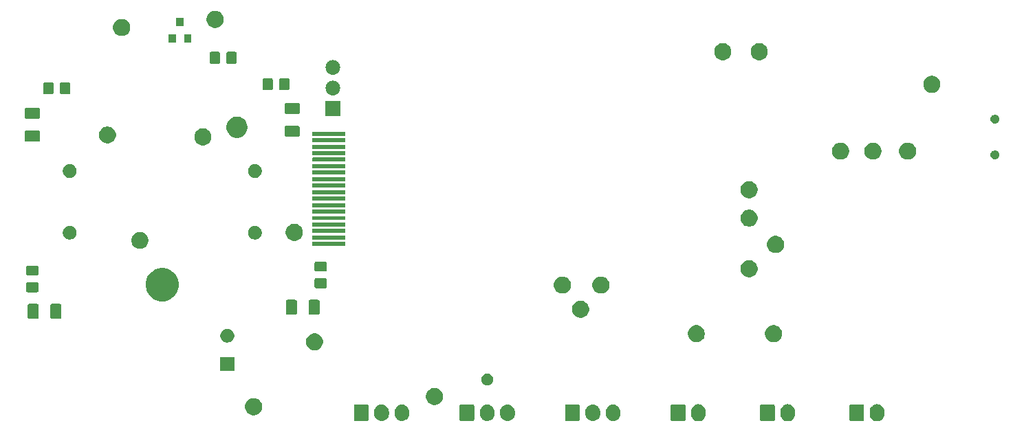
<source format=gbr>
G04 #@! TF.GenerationSoftware,KiCad,Pcbnew,(5.0.2)-1*
G04 #@! TF.CreationDate,2019-10-14T17:28:43+02:00*
G04 #@! TF.ProjectId,motoHUD,6d6f746f-4855-4442-9e6b-696361645f70,rev?*
G04 #@! TF.SameCoordinates,Original*
G04 #@! TF.FileFunction,Soldermask,Top*
G04 #@! TF.FilePolarity,Negative*
%FSLAX46Y46*%
G04 Gerber Fmt 4.6, Leading zero omitted, Abs format (unit mm)*
G04 Created by KiCad (PCBNEW (5.0.2)-1) date 14.10.2019 17:28:43*
%MOMM*%
%LPD*%
G01*
G04 APERTURE LIST*
%ADD10C,0.100000*%
G04 APERTURE END LIST*
D10*
G36*
X162676626Y-130962037D02*
X162782561Y-130994172D01*
X162846466Y-131013557D01*
X163002989Y-131097221D01*
X163140186Y-131209814D01*
X163223448Y-131311271D01*
X163252778Y-131347009D01*
X163252779Y-131347011D01*
X163336443Y-131503533D01*
X163344027Y-131528534D01*
X163387963Y-131673373D01*
X163401000Y-131805742D01*
X163401000Y-132194257D01*
X163387963Y-132326626D01*
X163336443Y-132496466D01*
X163252778Y-132652991D01*
X163252777Y-132652992D01*
X163140186Y-132790186D01*
X163052178Y-132862411D01*
X163002991Y-132902778D01*
X163002989Y-132902779D01*
X162846467Y-132986443D01*
X162815930Y-132995706D01*
X162676627Y-133037963D01*
X162500000Y-133055359D01*
X162323374Y-133037963D01*
X162184071Y-132995706D01*
X162153534Y-132986443D01*
X161997012Y-132902779D01*
X161997010Y-132902778D01*
X161859816Y-132790186D01*
X161859812Y-132790183D01*
X161747222Y-132652992D01*
X161663557Y-132496467D01*
X161646384Y-132439853D01*
X161612037Y-132326627D01*
X161599000Y-132194258D01*
X161599000Y-131805743D01*
X161612037Y-131673374D01*
X161655973Y-131528535D01*
X161663557Y-131503534D01*
X161747221Y-131347011D01*
X161859814Y-131209814D01*
X161973641Y-131116400D01*
X161997009Y-131097222D01*
X162022960Y-131083351D01*
X162153533Y-131013557D01*
X162217438Y-130994172D01*
X162323373Y-130962037D01*
X162500000Y-130944641D01*
X162676626Y-130962037D01*
X162676626Y-130962037D01*
G37*
G36*
X173676626Y-130962037D02*
X173782561Y-130994172D01*
X173846466Y-131013557D01*
X174002989Y-131097221D01*
X174140186Y-131209814D01*
X174223448Y-131311271D01*
X174252778Y-131347009D01*
X174252779Y-131347011D01*
X174336443Y-131503533D01*
X174344027Y-131528534D01*
X174387963Y-131673373D01*
X174401000Y-131805742D01*
X174401000Y-132194257D01*
X174387963Y-132326626D01*
X174336443Y-132496466D01*
X174252778Y-132652991D01*
X174252777Y-132652992D01*
X174140186Y-132790186D01*
X174052178Y-132862411D01*
X174002991Y-132902778D01*
X174002989Y-132902779D01*
X173846467Y-132986443D01*
X173815930Y-132995706D01*
X173676627Y-133037963D01*
X173500000Y-133055359D01*
X173323374Y-133037963D01*
X173184071Y-132995706D01*
X173153534Y-132986443D01*
X172997012Y-132902779D01*
X172997010Y-132902778D01*
X172859816Y-132790186D01*
X172859812Y-132790183D01*
X172747222Y-132652992D01*
X172663557Y-132496467D01*
X172646384Y-132439853D01*
X172612037Y-132326627D01*
X172599000Y-132194258D01*
X172599000Y-131805743D01*
X172612037Y-131673374D01*
X172655973Y-131528535D01*
X172663557Y-131503534D01*
X172747221Y-131347011D01*
X172859814Y-131209814D01*
X172973641Y-131116400D01*
X172997009Y-131097222D01*
X173022960Y-131083351D01*
X173153533Y-131013557D01*
X173217438Y-130994172D01*
X173323373Y-130962037D01*
X173500000Y-130944641D01*
X173676626Y-130962037D01*
X173676626Y-130962037D01*
G37*
G36*
X184676626Y-130962037D02*
X184782561Y-130994172D01*
X184846466Y-131013557D01*
X185002989Y-131097221D01*
X185140186Y-131209814D01*
X185223448Y-131311271D01*
X185252778Y-131347009D01*
X185252779Y-131347011D01*
X185336443Y-131503533D01*
X185344027Y-131528534D01*
X185387963Y-131673373D01*
X185401000Y-131805742D01*
X185401000Y-132194257D01*
X185387963Y-132326626D01*
X185336443Y-132496466D01*
X185252778Y-132652991D01*
X185252777Y-132652992D01*
X185140186Y-132790186D01*
X185052178Y-132862411D01*
X185002991Y-132902778D01*
X185002989Y-132902779D01*
X184846467Y-132986443D01*
X184815930Y-132995706D01*
X184676627Y-133037963D01*
X184500000Y-133055359D01*
X184323374Y-133037963D01*
X184184071Y-132995706D01*
X184153534Y-132986443D01*
X183997012Y-132902779D01*
X183997010Y-132902778D01*
X183859816Y-132790186D01*
X183859812Y-132790183D01*
X183747222Y-132652992D01*
X183663557Y-132496467D01*
X183646384Y-132439853D01*
X183612037Y-132326627D01*
X183599000Y-132194258D01*
X183599000Y-131805743D01*
X183612037Y-131673374D01*
X183655973Y-131528535D01*
X183663557Y-131503534D01*
X183747221Y-131347011D01*
X183859814Y-131209814D01*
X183973641Y-131116400D01*
X183997009Y-131097222D01*
X184022960Y-131083351D01*
X184153533Y-131013557D01*
X184217438Y-130994172D01*
X184323373Y-130962037D01*
X184500000Y-130944641D01*
X184676626Y-130962037D01*
X184676626Y-130962037D01*
G37*
G36*
X160758600Y-130952989D02*
X160791649Y-130963014D01*
X160822106Y-130979294D01*
X160848799Y-131001201D01*
X160870706Y-131027894D01*
X160886986Y-131058351D01*
X160897011Y-131091400D01*
X160901000Y-131131904D01*
X160901000Y-132868096D01*
X160897011Y-132908600D01*
X160886986Y-132941649D01*
X160870706Y-132972106D01*
X160848799Y-132998799D01*
X160822106Y-133020706D01*
X160791649Y-133036986D01*
X160758600Y-133047011D01*
X160718096Y-133051000D01*
X159281904Y-133051000D01*
X159241400Y-133047011D01*
X159208351Y-133036986D01*
X159177894Y-133020706D01*
X159151201Y-132998799D01*
X159129294Y-132972106D01*
X159113014Y-132941649D01*
X159102989Y-132908600D01*
X159099000Y-132868096D01*
X159099000Y-131131904D01*
X159102989Y-131091400D01*
X159113014Y-131058351D01*
X159129294Y-131027894D01*
X159151201Y-131001201D01*
X159177894Y-130979294D01*
X159208351Y-130963014D01*
X159241400Y-130952989D01*
X159281904Y-130949000D01*
X160718096Y-130949000D01*
X160758600Y-130952989D01*
X160758600Y-130952989D01*
G37*
G36*
X182758600Y-130952989D02*
X182791649Y-130963014D01*
X182822106Y-130979294D01*
X182848799Y-131001201D01*
X182870706Y-131027894D01*
X182886986Y-131058351D01*
X182897011Y-131091400D01*
X182901000Y-131131904D01*
X182901000Y-132868096D01*
X182897011Y-132908600D01*
X182886986Y-132941649D01*
X182870706Y-132972106D01*
X182848799Y-132998799D01*
X182822106Y-133020706D01*
X182791649Y-133036986D01*
X182758600Y-133047011D01*
X182718096Y-133051000D01*
X181281904Y-133051000D01*
X181241400Y-133047011D01*
X181208351Y-133036986D01*
X181177894Y-133020706D01*
X181151201Y-132998799D01*
X181129294Y-132972106D01*
X181113014Y-132941649D01*
X181102989Y-132908600D01*
X181099000Y-132868096D01*
X181099000Y-131131904D01*
X181102989Y-131091400D01*
X181113014Y-131058351D01*
X181129294Y-131027894D01*
X181151201Y-131001201D01*
X181177894Y-130979294D01*
X181208351Y-130963014D01*
X181241400Y-130952989D01*
X181281904Y-130949000D01*
X182718096Y-130949000D01*
X182758600Y-130952989D01*
X182758600Y-130952989D01*
G37*
G36*
X171758600Y-130952989D02*
X171791649Y-130963014D01*
X171822106Y-130979294D01*
X171848799Y-131001201D01*
X171870706Y-131027894D01*
X171886986Y-131058351D01*
X171897011Y-131091400D01*
X171901000Y-131131904D01*
X171901000Y-132868096D01*
X171897011Y-132908600D01*
X171886986Y-132941649D01*
X171870706Y-132972106D01*
X171848799Y-132998799D01*
X171822106Y-133020706D01*
X171791649Y-133036986D01*
X171758600Y-133047011D01*
X171718096Y-133051000D01*
X170281904Y-133051000D01*
X170241400Y-133047011D01*
X170208351Y-133036986D01*
X170177894Y-133020706D01*
X170151201Y-132998799D01*
X170129294Y-132972106D01*
X170113014Y-132941649D01*
X170102989Y-132908600D01*
X170099000Y-132868096D01*
X170099000Y-131131904D01*
X170102989Y-131091400D01*
X170113014Y-131058351D01*
X170129294Y-131027894D01*
X170151201Y-131001201D01*
X170177894Y-130979294D01*
X170208351Y-130963014D01*
X170241400Y-130952989D01*
X170281904Y-130949000D01*
X171718096Y-130949000D01*
X171758600Y-130952989D01*
X171758600Y-130952989D01*
G37*
G36*
X123676626Y-130987037D02*
X123789852Y-131021384D01*
X123846466Y-131038557D01*
X124002989Y-131122221D01*
X124140186Y-131234814D01*
X124223448Y-131336271D01*
X124252778Y-131372009D01*
X124252779Y-131372011D01*
X124336443Y-131528533D01*
X124344946Y-131556565D01*
X124387963Y-131698373D01*
X124394481Y-131764557D01*
X124401000Y-131830740D01*
X124401000Y-132169259D01*
X124394481Y-132235442D01*
X124387963Y-132301626D01*
X124336443Y-132471466D01*
X124252778Y-132627991D01*
X124232261Y-132652991D01*
X124140186Y-132765186D01*
X124051827Y-132837699D01*
X124002991Y-132877778D01*
X124002989Y-132877779D01*
X123846467Y-132961443D01*
X123811315Y-132972106D01*
X123676627Y-133012963D01*
X123500000Y-133030359D01*
X123323374Y-133012963D01*
X123188686Y-132972106D01*
X123153534Y-132961443D01*
X122997012Y-132877779D01*
X122997010Y-132877778D01*
X122890279Y-132790186D01*
X122859812Y-132765183D01*
X122747222Y-132627992D01*
X122663557Y-132471467D01*
X122619621Y-132326627D01*
X122612037Y-132301627D01*
X122599000Y-132169258D01*
X122599000Y-131830743D01*
X122601463Y-131805740D01*
X122612037Y-131698376D01*
X122612037Y-131698374D01*
X122663557Y-131528535D01*
X122663557Y-131528534D01*
X122747221Y-131372011D01*
X122859814Y-131234814D01*
X122961271Y-131151552D01*
X122997009Y-131122222D01*
X123043782Y-131097221D01*
X123153533Y-131038557D01*
X123210147Y-131021384D01*
X123323373Y-130987037D01*
X123500000Y-130969641D01*
X123676626Y-130987037D01*
X123676626Y-130987037D01*
G37*
G36*
X126176626Y-130987037D02*
X126289852Y-131021384D01*
X126346466Y-131038557D01*
X126502989Y-131122221D01*
X126640186Y-131234814D01*
X126723448Y-131336271D01*
X126752778Y-131372009D01*
X126752779Y-131372011D01*
X126836443Y-131528533D01*
X126844946Y-131556565D01*
X126887963Y-131698373D01*
X126894481Y-131764557D01*
X126901000Y-131830740D01*
X126901000Y-132169259D01*
X126894481Y-132235442D01*
X126887963Y-132301626D01*
X126836443Y-132471466D01*
X126752778Y-132627991D01*
X126732261Y-132652991D01*
X126640186Y-132765186D01*
X126551827Y-132837699D01*
X126502991Y-132877778D01*
X126502989Y-132877779D01*
X126346467Y-132961443D01*
X126311315Y-132972106D01*
X126176627Y-133012963D01*
X126000000Y-133030359D01*
X125823374Y-133012963D01*
X125688686Y-132972106D01*
X125653534Y-132961443D01*
X125497012Y-132877779D01*
X125497010Y-132877778D01*
X125390279Y-132790186D01*
X125359812Y-132765183D01*
X125247222Y-132627992D01*
X125163557Y-132471467D01*
X125119621Y-132326627D01*
X125112037Y-132301627D01*
X125099000Y-132169258D01*
X125099000Y-131830743D01*
X125101463Y-131805740D01*
X125112037Y-131698376D01*
X125112037Y-131698374D01*
X125163557Y-131528535D01*
X125163557Y-131528534D01*
X125247221Y-131372011D01*
X125359814Y-131234814D01*
X125461271Y-131151552D01*
X125497009Y-131122222D01*
X125543782Y-131097221D01*
X125653533Y-131038557D01*
X125710147Y-131021384D01*
X125823373Y-130987037D01*
X126000000Y-130969641D01*
X126176626Y-130987037D01*
X126176626Y-130987037D01*
G37*
G36*
X136676626Y-130987037D02*
X136789852Y-131021384D01*
X136846466Y-131038557D01*
X137002989Y-131122221D01*
X137140186Y-131234814D01*
X137223448Y-131336271D01*
X137252778Y-131372009D01*
X137252779Y-131372011D01*
X137336443Y-131528533D01*
X137344946Y-131556565D01*
X137387963Y-131698373D01*
X137394481Y-131764557D01*
X137401000Y-131830740D01*
X137401000Y-132169259D01*
X137394481Y-132235442D01*
X137387963Y-132301626D01*
X137336443Y-132471466D01*
X137252778Y-132627991D01*
X137232261Y-132652991D01*
X137140186Y-132765186D01*
X137051827Y-132837699D01*
X137002991Y-132877778D01*
X137002989Y-132877779D01*
X136846467Y-132961443D01*
X136811315Y-132972106D01*
X136676627Y-133012963D01*
X136500000Y-133030359D01*
X136323374Y-133012963D01*
X136188686Y-132972106D01*
X136153534Y-132961443D01*
X135997012Y-132877779D01*
X135997010Y-132877778D01*
X135890279Y-132790186D01*
X135859812Y-132765183D01*
X135747222Y-132627992D01*
X135663557Y-132471467D01*
X135619621Y-132326627D01*
X135612037Y-132301627D01*
X135599000Y-132169258D01*
X135599000Y-131830743D01*
X135601463Y-131805740D01*
X135612037Y-131698376D01*
X135612037Y-131698374D01*
X135663557Y-131528535D01*
X135663557Y-131528534D01*
X135747221Y-131372011D01*
X135859814Y-131234814D01*
X135961271Y-131151552D01*
X135997009Y-131122222D01*
X136043782Y-131097221D01*
X136153533Y-131038557D01*
X136210147Y-131021384D01*
X136323373Y-130987037D01*
X136500000Y-130969641D01*
X136676626Y-130987037D01*
X136676626Y-130987037D01*
G37*
G36*
X139176626Y-130987037D02*
X139289852Y-131021384D01*
X139346466Y-131038557D01*
X139502989Y-131122221D01*
X139640186Y-131234814D01*
X139723448Y-131336271D01*
X139752778Y-131372009D01*
X139752779Y-131372011D01*
X139836443Y-131528533D01*
X139844946Y-131556565D01*
X139887963Y-131698373D01*
X139894481Y-131764557D01*
X139901000Y-131830740D01*
X139901000Y-132169259D01*
X139894481Y-132235442D01*
X139887963Y-132301626D01*
X139836443Y-132471466D01*
X139752778Y-132627991D01*
X139732261Y-132652991D01*
X139640186Y-132765186D01*
X139551827Y-132837699D01*
X139502991Y-132877778D01*
X139502989Y-132877779D01*
X139346467Y-132961443D01*
X139311315Y-132972106D01*
X139176627Y-133012963D01*
X139000000Y-133030359D01*
X138823374Y-133012963D01*
X138688686Y-132972106D01*
X138653534Y-132961443D01*
X138497012Y-132877779D01*
X138497010Y-132877778D01*
X138390279Y-132790186D01*
X138359812Y-132765183D01*
X138247222Y-132627992D01*
X138163557Y-132471467D01*
X138119621Y-132326627D01*
X138112037Y-132301627D01*
X138099000Y-132169258D01*
X138099000Y-131830743D01*
X138101463Y-131805740D01*
X138112037Y-131698376D01*
X138112037Y-131698374D01*
X138163557Y-131528535D01*
X138163557Y-131528534D01*
X138247221Y-131372011D01*
X138359814Y-131234814D01*
X138461271Y-131151552D01*
X138497009Y-131122222D01*
X138543782Y-131097221D01*
X138653533Y-131038557D01*
X138710147Y-131021384D01*
X138823373Y-130987037D01*
X139000000Y-130969641D01*
X139176626Y-130987037D01*
X139176626Y-130987037D01*
G37*
G36*
X149676626Y-130987037D02*
X149789852Y-131021384D01*
X149846466Y-131038557D01*
X150002989Y-131122221D01*
X150140186Y-131234814D01*
X150223448Y-131336271D01*
X150252778Y-131372009D01*
X150252779Y-131372011D01*
X150336443Y-131528533D01*
X150344946Y-131556565D01*
X150387963Y-131698373D01*
X150394482Y-131764558D01*
X150401000Y-131830740D01*
X150401000Y-132169259D01*
X150394481Y-132235442D01*
X150387963Y-132301626D01*
X150336443Y-132471466D01*
X150252778Y-132627991D01*
X150232261Y-132652991D01*
X150140186Y-132765186D01*
X150051827Y-132837699D01*
X150002991Y-132877778D01*
X150002989Y-132877779D01*
X149846467Y-132961443D01*
X149811315Y-132972106D01*
X149676627Y-133012963D01*
X149500000Y-133030359D01*
X149323374Y-133012963D01*
X149188686Y-132972106D01*
X149153534Y-132961443D01*
X148997012Y-132877779D01*
X148997010Y-132877778D01*
X148890279Y-132790186D01*
X148859812Y-132765183D01*
X148747222Y-132627992D01*
X148663557Y-132471467D01*
X148619621Y-132326627D01*
X148612037Y-132301627D01*
X148599000Y-132169258D01*
X148599000Y-131830743D01*
X148601463Y-131805740D01*
X148612037Y-131698376D01*
X148612037Y-131698374D01*
X148663557Y-131528535D01*
X148663557Y-131528534D01*
X148747221Y-131372011D01*
X148859814Y-131234814D01*
X148961271Y-131151552D01*
X148997009Y-131122222D01*
X149043782Y-131097221D01*
X149153533Y-131038557D01*
X149210147Y-131021384D01*
X149323373Y-130987037D01*
X149500000Y-130969641D01*
X149676626Y-130987037D01*
X149676626Y-130987037D01*
G37*
G36*
X152176626Y-130987037D02*
X152289852Y-131021384D01*
X152346466Y-131038557D01*
X152502989Y-131122221D01*
X152640186Y-131234814D01*
X152723448Y-131336271D01*
X152752778Y-131372009D01*
X152752779Y-131372011D01*
X152836443Y-131528533D01*
X152844946Y-131556565D01*
X152887963Y-131698373D01*
X152894482Y-131764558D01*
X152901000Y-131830740D01*
X152901000Y-132169259D01*
X152894481Y-132235442D01*
X152887963Y-132301626D01*
X152836443Y-132471466D01*
X152752778Y-132627991D01*
X152732261Y-132652991D01*
X152640186Y-132765186D01*
X152551827Y-132837699D01*
X152502991Y-132877778D01*
X152502989Y-132877779D01*
X152346467Y-132961443D01*
X152311315Y-132972106D01*
X152176627Y-133012963D01*
X152000000Y-133030359D01*
X151823374Y-133012963D01*
X151688686Y-132972106D01*
X151653534Y-132961443D01*
X151497012Y-132877779D01*
X151497010Y-132877778D01*
X151390279Y-132790186D01*
X151359812Y-132765183D01*
X151247222Y-132627992D01*
X151163557Y-132471467D01*
X151119621Y-132326627D01*
X151112037Y-132301627D01*
X151099000Y-132169258D01*
X151099000Y-131830743D01*
X151101463Y-131805740D01*
X151112037Y-131698376D01*
X151112037Y-131698374D01*
X151163557Y-131528535D01*
X151163557Y-131528534D01*
X151247221Y-131372011D01*
X151359814Y-131234814D01*
X151461271Y-131151552D01*
X151497009Y-131122222D01*
X151543782Y-131097221D01*
X151653533Y-131038557D01*
X151710147Y-131021384D01*
X151823373Y-130987037D01*
X152000000Y-130969641D01*
X152176626Y-130987037D01*
X152176626Y-130987037D01*
G37*
G36*
X134758600Y-130977989D02*
X134791649Y-130988014D01*
X134822106Y-131004294D01*
X134848799Y-131026201D01*
X134870706Y-131052894D01*
X134886986Y-131083351D01*
X134897011Y-131116400D01*
X134901000Y-131156904D01*
X134901000Y-132843096D01*
X134897011Y-132883600D01*
X134886986Y-132916649D01*
X134870706Y-132947106D01*
X134848799Y-132973799D01*
X134822106Y-132995706D01*
X134791649Y-133011986D01*
X134758600Y-133022011D01*
X134718096Y-133026000D01*
X133281904Y-133026000D01*
X133241400Y-133022011D01*
X133208351Y-133011986D01*
X133177894Y-132995706D01*
X133151201Y-132973799D01*
X133129294Y-132947106D01*
X133113014Y-132916649D01*
X133102989Y-132883600D01*
X133099000Y-132843096D01*
X133099000Y-131156904D01*
X133102989Y-131116400D01*
X133113014Y-131083351D01*
X133129294Y-131052894D01*
X133151201Y-131026201D01*
X133177894Y-131004294D01*
X133208351Y-130988014D01*
X133241400Y-130977989D01*
X133281904Y-130974000D01*
X134718096Y-130974000D01*
X134758600Y-130977989D01*
X134758600Y-130977989D01*
G37*
G36*
X121758600Y-130977989D02*
X121791649Y-130988014D01*
X121822106Y-131004294D01*
X121848799Y-131026201D01*
X121870706Y-131052894D01*
X121886986Y-131083351D01*
X121897011Y-131116400D01*
X121901000Y-131156904D01*
X121901000Y-132843096D01*
X121897011Y-132883600D01*
X121886986Y-132916649D01*
X121870706Y-132947106D01*
X121848799Y-132973799D01*
X121822106Y-132995706D01*
X121791649Y-133011986D01*
X121758600Y-133022011D01*
X121718096Y-133026000D01*
X120281904Y-133026000D01*
X120241400Y-133022011D01*
X120208351Y-133011986D01*
X120177894Y-132995706D01*
X120151201Y-132973799D01*
X120129294Y-132947106D01*
X120113014Y-132916649D01*
X120102989Y-132883600D01*
X120099000Y-132843096D01*
X120099000Y-131156904D01*
X120102989Y-131116400D01*
X120113014Y-131083351D01*
X120129294Y-131052894D01*
X120151201Y-131026201D01*
X120177894Y-131004294D01*
X120208351Y-130988014D01*
X120241400Y-130977989D01*
X120281904Y-130974000D01*
X121718096Y-130974000D01*
X121758600Y-130977989D01*
X121758600Y-130977989D01*
G37*
G36*
X147758600Y-130977989D02*
X147791649Y-130988014D01*
X147822106Y-131004294D01*
X147848799Y-131026201D01*
X147870706Y-131052894D01*
X147886986Y-131083351D01*
X147897011Y-131116400D01*
X147901000Y-131156904D01*
X147901000Y-132843096D01*
X147897011Y-132883600D01*
X147886986Y-132916649D01*
X147870706Y-132947106D01*
X147848799Y-132973799D01*
X147822106Y-132995706D01*
X147791649Y-133011986D01*
X147758600Y-133022011D01*
X147718096Y-133026000D01*
X146281904Y-133026000D01*
X146241400Y-133022011D01*
X146208351Y-133011986D01*
X146177894Y-132995706D01*
X146151201Y-132973799D01*
X146129294Y-132947106D01*
X146113014Y-132916649D01*
X146102989Y-132883600D01*
X146099000Y-132843096D01*
X146099000Y-131156904D01*
X146102989Y-131116400D01*
X146113014Y-131083351D01*
X146129294Y-131052894D01*
X146151201Y-131026201D01*
X146177894Y-131004294D01*
X146208351Y-130988014D01*
X146241400Y-130977989D01*
X146281904Y-130974000D01*
X147718096Y-130974000D01*
X147758600Y-130977989D01*
X147758600Y-130977989D01*
G37*
G36*
X108056565Y-130239389D02*
X108247834Y-130318615D01*
X108419976Y-130433637D01*
X108566363Y-130580024D01*
X108681385Y-130752166D01*
X108760611Y-130943434D01*
X108801000Y-131146484D01*
X108801000Y-131353516D01*
X108760611Y-131556565D01*
X108681385Y-131747834D01*
X108566363Y-131919976D01*
X108419976Y-132066363D01*
X108247834Y-132181385D01*
X108056565Y-132260611D01*
X107853516Y-132301000D01*
X107646484Y-132301000D01*
X107443435Y-132260611D01*
X107252166Y-132181385D01*
X107080024Y-132066363D01*
X106933637Y-131919976D01*
X106818615Y-131747834D01*
X106739389Y-131556565D01*
X106699000Y-131353516D01*
X106699000Y-131146484D01*
X106739389Y-130943434D01*
X106818615Y-130752166D01*
X106933637Y-130580024D01*
X107080024Y-130433637D01*
X107252166Y-130318615D01*
X107443435Y-130239389D01*
X107646484Y-130199000D01*
X107853516Y-130199000D01*
X108056565Y-130239389D01*
X108056565Y-130239389D01*
G37*
G36*
X130306565Y-128989389D02*
X130497834Y-129068615D01*
X130669976Y-129183637D01*
X130816363Y-129330024D01*
X130931385Y-129502166D01*
X131010611Y-129693435D01*
X131051000Y-129896484D01*
X131051000Y-130103516D01*
X131010611Y-130306565D01*
X130931385Y-130497834D01*
X130816363Y-130669976D01*
X130669976Y-130816363D01*
X130497834Y-130931385D01*
X130306565Y-131010611D01*
X130103516Y-131051000D01*
X129896484Y-131051000D01*
X129693435Y-131010611D01*
X129502166Y-130931385D01*
X129330024Y-130816363D01*
X129183637Y-130669976D01*
X129068615Y-130497834D01*
X128989389Y-130306565D01*
X128949000Y-130103516D01*
X128949000Y-129896484D01*
X128989389Y-129693435D01*
X129068615Y-129502166D01*
X129183637Y-129330024D01*
X129330024Y-129183637D01*
X129502166Y-129068615D01*
X129693435Y-128989389D01*
X129896484Y-128949000D01*
X130103516Y-128949000D01*
X130306565Y-128989389D01*
X130306565Y-128989389D01*
G37*
G36*
X136632004Y-127160544D02*
X136719059Y-127177860D01*
X136855732Y-127234472D01*
X136855733Y-127234473D01*
X136978738Y-127316662D01*
X137083338Y-127421262D01*
X137083340Y-127421265D01*
X137165528Y-127544268D01*
X137222140Y-127680941D01*
X137251000Y-127826033D01*
X137251000Y-127973967D01*
X137222140Y-128119059D01*
X137165528Y-128255732D01*
X137165527Y-128255733D01*
X137083338Y-128378738D01*
X136978738Y-128483338D01*
X136978735Y-128483340D01*
X136855732Y-128565528D01*
X136719059Y-128622140D01*
X136632004Y-128639456D01*
X136573969Y-128651000D01*
X136426031Y-128651000D01*
X136367996Y-128639456D01*
X136280941Y-128622140D01*
X136144268Y-128565528D01*
X136021265Y-128483340D01*
X136021262Y-128483338D01*
X135916662Y-128378738D01*
X135834473Y-128255733D01*
X135834472Y-128255732D01*
X135777860Y-128119059D01*
X135749000Y-127973967D01*
X135749000Y-127826033D01*
X135777860Y-127680941D01*
X135834472Y-127544268D01*
X135916660Y-127421265D01*
X135916662Y-127421262D01*
X136021262Y-127316662D01*
X136144267Y-127234473D01*
X136144268Y-127234472D01*
X136280941Y-127177860D01*
X136367996Y-127160544D01*
X136426031Y-127149000D01*
X136573969Y-127149000D01*
X136632004Y-127160544D01*
X136632004Y-127160544D01*
G37*
G36*
X105351000Y-126851000D02*
X103649000Y-126851000D01*
X103649000Y-125149000D01*
X105351000Y-125149000D01*
X105351000Y-126851000D01*
X105351000Y-126851000D01*
G37*
G36*
X115556565Y-122239389D02*
X115747834Y-122318615D01*
X115919976Y-122433637D01*
X116066363Y-122580024D01*
X116181385Y-122752166D01*
X116260611Y-122943435D01*
X116301000Y-123146484D01*
X116301000Y-123353516D01*
X116260611Y-123556565D01*
X116181385Y-123747834D01*
X116066363Y-123919976D01*
X115919976Y-124066363D01*
X115747834Y-124181385D01*
X115556565Y-124260611D01*
X115353516Y-124301000D01*
X115146484Y-124301000D01*
X114943435Y-124260611D01*
X114752166Y-124181385D01*
X114580024Y-124066363D01*
X114433637Y-123919976D01*
X114318615Y-123747834D01*
X114239389Y-123556565D01*
X114199000Y-123353516D01*
X114199000Y-123146484D01*
X114239389Y-122943435D01*
X114318615Y-122752166D01*
X114433637Y-122580024D01*
X114580024Y-122433637D01*
X114752166Y-122318615D01*
X114943435Y-122239389D01*
X115146484Y-122199000D01*
X115353516Y-122199000D01*
X115556565Y-122239389D01*
X115556565Y-122239389D01*
G37*
G36*
X104748228Y-121681703D02*
X104903100Y-121745853D01*
X105042481Y-121838985D01*
X105161015Y-121957519D01*
X105254147Y-122096900D01*
X105318297Y-122251772D01*
X105351000Y-122416184D01*
X105351000Y-122583816D01*
X105318297Y-122748228D01*
X105254147Y-122903100D01*
X105161015Y-123042481D01*
X105042481Y-123161015D01*
X104903100Y-123254147D01*
X104748228Y-123318297D01*
X104583816Y-123351000D01*
X104416184Y-123351000D01*
X104251772Y-123318297D01*
X104096900Y-123254147D01*
X103957519Y-123161015D01*
X103838985Y-123042481D01*
X103745853Y-122903100D01*
X103681703Y-122748228D01*
X103649000Y-122583816D01*
X103649000Y-122416184D01*
X103681703Y-122251772D01*
X103745853Y-122096900D01*
X103838985Y-121957519D01*
X103957519Y-121838985D01*
X104096900Y-121745853D01*
X104251772Y-121681703D01*
X104416184Y-121649000D01*
X104583816Y-121649000D01*
X104748228Y-121681703D01*
X104748228Y-121681703D01*
G37*
G36*
X172056565Y-121239389D02*
X172247834Y-121318615D01*
X172419976Y-121433637D01*
X172566363Y-121580024D01*
X172681385Y-121752166D01*
X172760611Y-121943435D01*
X172801000Y-122146484D01*
X172801000Y-122353516D01*
X172760611Y-122556565D01*
X172681385Y-122747834D01*
X172566363Y-122919976D01*
X172419976Y-123066363D01*
X172247834Y-123181385D01*
X172056565Y-123260611D01*
X171853516Y-123301000D01*
X171646484Y-123301000D01*
X171443435Y-123260611D01*
X171252166Y-123181385D01*
X171080024Y-123066363D01*
X170933637Y-122919976D01*
X170818615Y-122747834D01*
X170739389Y-122556565D01*
X170699000Y-122353516D01*
X170699000Y-122146484D01*
X170739389Y-121943435D01*
X170818615Y-121752166D01*
X170933637Y-121580024D01*
X171080024Y-121433637D01*
X171252166Y-121318615D01*
X171443435Y-121239389D01*
X171646484Y-121199000D01*
X171853516Y-121199000D01*
X172056565Y-121239389D01*
X172056565Y-121239389D01*
G37*
G36*
X162556565Y-121239389D02*
X162747834Y-121318615D01*
X162919976Y-121433637D01*
X163066363Y-121580024D01*
X163181385Y-121752166D01*
X163260611Y-121943435D01*
X163301000Y-122146484D01*
X163301000Y-122353516D01*
X163260611Y-122556565D01*
X163181385Y-122747834D01*
X163066363Y-122919976D01*
X162919976Y-123066363D01*
X162747834Y-123181385D01*
X162556565Y-123260611D01*
X162353516Y-123301000D01*
X162146484Y-123301000D01*
X161943435Y-123260611D01*
X161752166Y-123181385D01*
X161580024Y-123066363D01*
X161433637Y-122919976D01*
X161318615Y-122747834D01*
X161239389Y-122556565D01*
X161199000Y-122353516D01*
X161199000Y-122146484D01*
X161239389Y-121943435D01*
X161318615Y-121752166D01*
X161433637Y-121580024D01*
X161580024Y-121433637D01*
X161752166Y-121318615D01*
X161943435Y-121239389D01*
X162146484Y-121199000D01*
X162353516Y-121199000D01*
X162556565Y-121239389D01*
X162556565Y-121239389D01*
G37*
G36*
X81118604Y-118578347D02*
X81155145Y-118589432D01*
X81188820Y-118607431D01*
X81218341Y-118631659D01*
X81242569Y-118661180D01*
X81260568Y-118694855D01*
X81271653Y-118731396D01*
X81276000Y-118775538D01*
X81276000Y-120224462D01*
X81271653Y-120268604D01*
X81260568Y-120305145D01*
X81242569Y-120338820D01*
X81218341Y-120368341D01*
X81188820Y-120392569D01*
X81155145Y-120410568D01*
X81118604Y-120421653D01*
X81074462Y-120426000D01*
X80125538Y-120426000D01*
X80081396Y-120421653D01*
X80044855Y-120410568D01*
X80011180Y-120392569D01*
X79981659Y-120368341D01*
X79957431Y-120338820D01*
X79939432Y-120305145D01*
X79928347Y-120268604D01*
X79924000Y-120224462D01*
X79924000Y-118775538D01*
X79928347Y-118731396D01*
X79939432Y-118694855D01*
X79957431Y-118661180D01*
X79981659Y-118631659D01*
X80011180Y-118607431D01*
X80044855Y-118589432D01*
X80081396Y-118578347D01*
X80125538Y-118574000D01*
X81074462Y-118574000D01*
X81118604Y-118578347D01*
X81118604Y-118578347D01*
G37*
G36*
X83918604Y-118578347D02*
X83955145Y-118589432D01*
X83988820Y-118607431D01*
X84018341Y-118631659D01*
X84042569Y-118661180D01*
X84060568Y-118694855D01*
X84071653Y-118731396D01*
X84076000Y-118775538D01*
X84076000Y-120224462D01*
X84071653Y-120268604D01*
X84060568Y-120305145D01*
X84042569Y-120338820D01*
X84018341Y-120368341D01*
X83988820Y-120392569D01*
X83955145Y-120410568D01*
X83918604Y-120421653D01*
X83874462Y-120426000D01*
X82925538Y-120426000D01*
X82881396Y-120421653D01*
X82844855Y-120410568D01*
X82811180Y-120392569D01*
X82781659Y-120368341D01*
X82757431Y-120338820D01*
X82739432Y-120305145D01*
X82728347Y-120268604D01*
X82724000Y-120224462D01*
X82724000Y-118775538D01*
X82728347Y-118731396D01*
X82739432Y-118694855D01*
X82757431Y-118661180D01*
X82781659Y-118631659D01*
X82811180Y-118607431D01*
X82844855Y-118589432D01*
X82881396Y-118578347D01*
X82925538Y-118574000D01*
X83874462Y-118574000D01*
X83918604Y-118578347D01*
X83918604Y-118578347D01*
G37*
G36*
X148306565Y-118239389D02*
X148497834Y-118318615D01*
X148669976Y-118433637D01*
X148816363Y-118580024D01*
X148931385Y-118752166D01*
X149010611Y-118943435D01*
X149051000Y-119146484D01*
X149051000Y-119353516D01*
X149010611Y-119556565D01*
X148931385Y-119747834D01*
X148816363Y-119919976D01*
X148669976Y-120066363D01*
X148497834Y-120181385D01*
X148306565Y-120260611D01*
X148103516Y-120301000D01*
X147896484Y-120301000D01*
X147693435Y-120260611D01*
X147502166Y-120181385D01*
X147330024Y-120066363D01*
X147183637Y-119919976D01*
X147068615Y-119747834D01*
X146989389Y-119556565D01*
X146949000Y-119353516D01*
X146949000Y-119146484D01*
X146989389Y-118943435D01*
X147068615Y-118752166D01*
X147183637Y-118580024D01*
X147330024Y-118433637D01*
X147502166Y-118318615D01*
X147693435Y-118239389D01*
X147896484Y-118199000D01*
X148103516Y-118199000D01*
X148306565Y-118239389D01*
X148306565Y-118239389D01*
G37*
G36*
X112910604Y-118078347D02*
X112947145Y-118089432D01*
X112980820Y-118107431D01*
X113010341Y-118131659D01*
X113034569Y-118161180D01*
X113052568Y-118194855D01*
X113063653Y-118231396D01*
X113068000Y-118275538D01*
X113068000Y-119724462D01*
X113063653Y-119768604D01*
X113052568Y-119805145D01*
X113034569Y-119838820D01*
X113010341Y-119868341D01*
X112980820Y-119892569D01*
X112947145Y-119910568D01*
X112910604Y-119921653D01*
X112866462Y-119926000D01*
X111917538Y-119926000D01*
X111873396Y-119921653D01*
X111836855Y-119910568D01*
X111803180Y-119892569D01*
X111773659Y-119868341D01*
X111749431Y-119838820D01*
X111731432Y-119805145D01*
X111720347Y-119768604D01*
X111716000Y-119724462D01*
X111716000Y-118275538D01*
X111720347Y-118231396D01*
X111731432Y-118194855D01*
X111749431Y-118161180D01*
X111773659Y-118131659D01*
X111803180Y-118107431D01*
X111836855Y-118089432D01*
X111873396Y-118078347D01*
X111917538Y-118074000D01*
X112866462Y-118074000D01*
X112910604Y-118078347D01*
X112910604Y-118078347D01*
G37*
G36*
X115710604Y-118078347D02*
X115747145Y-118089432D01*
X115780820Y-118107431D01*
X115810341Y-118131659D01*
X115834569Y-118161180D01*
X115852568Y-118194855D01*
X115863653Y-118231396D01*
X115868000Y-118275538D01*
X115868000Y-119724462D01*
X115863653Y-119768604D01*
X115852568Y-119805145D01*
X115834569Y-119838820D01*
X115810341Y-119868341D01*
X115780820Y-119892569D01*
X115747145Y-119910568D01*
X115710604Y-119921653D01*
X115666462Y-119926000D01*
X114717538Y-119926000D01*
X114673396Y-119921653D01*
X114636855Y-119910568D01*
X114603180Y-119892569D01*
X114573659Y-119868341D01*
X114549431Y-119838820D01*
X114531432Y-119805145D01*
X114520347Y-119768604D01*
X114516000Y-119724462D01*
X114516000Y-118275538D01*
X114520347Y-118231396D01*
X114531432Y-118194855D01*
X114549431Y-118161180D01*
X114573659Y-118131659D01*
X114603180Y-118107431D01*
X114636855Y-118089432D01*
X114673396Y-118078347D01*
X114717538Y-118074000D01*
X115666462Y-118074000D01*
X115710604Y-118078347D01*
X115710604Y-118078347D01*
G37*
G36*
X97098252Y-114227818D02*
X97098254Y-114227819D01*
X97098255Y-114227819D01*
X97471513Y-114382427D01*
X97547175Y-114432983D01*
X97807439Y-114606886D01*
X98093114Y-114892561D01*
X98093116Y-114892564D01*
X98317573Y-115228487D01*
X98457796Y-115567017D01*
X98472182Y-115601748D01*
X98551000Y-115997993D01*
X98551000Y-116402007D01*
X98482211Y-116747835D01*
X98472181Y-116798255D01*
X98317573Y-117171513D01*
X98231052Y-117301000D01*
X98093114Y-117507439D01*
X97807439Y-117793114D01*
X97807436Y-117793116D01*
X97471513Y-118017573D01*
X97098255Y-118172181D01*
X97098254Y-118172181D01*
X97098252Y-118172182D01*
X96702007Y-118251000D01*
X96297993Y-118251000D01*
X95901748Y-118172182D01*
X95901746Y-118172181D01*
X95901745Y-118172181D01*
X95528487Y-118017573D01*
X95192564Y-117793116D01*
X95192561Y-117793114D01*
X94906886Y-117507439D01*
X94768948Y-117301000D01*
X94682427Y-117171513D01*
X94527819Y-116798255D01*
X94517790Y-116747835D01*
X94449000Y-116402007D01*
X94449000Y-115997993D01*
X94527818Y-115601748D01*
X94542204Y-115567017D01*
X94682427Y-115228487D01*
X94906884Y-114892564D01*
X94906886Y-114892561D01*
X95192561Y-114606886D01*
X95452825Y-114432983D01*
X95528487Y-114382427D01*
X95901745Y-114227819D01*
X95901746Y-114227819D01*
X95901748Y-114227818D01*
X96297993Y-114149000D01*
X96702007Y-114149000D01*
X97098252Y-114227818D01*
X97098252Y-114227818D01*
G37*
G36*
X150806565Y-115239389D02*
X150997834Y-115318615D01*
X151169976Y-115433637D01*
X151316363Y-115580024D01*
X151431385Y-115752166D01*
X151510611Y-115943435D01*
X151551000Y-116146484D01*
X151551000Y-116353516D01*
X151510611Y-116556565D01*
X151431385Y-116747834D01*
X151316363Y-116919976D01*
X151169976Y-117066363D01*
X150997834Y-117181385D01*
X150806565Y-117260611D01*
X150603516Y-117301000D01*
X150396484Y-117301000D01*
X150193435Y-117260611D01*
X150002166Y-117181385D01*
X149830024Y-117066363D01*
X149683637Y-116919976D01*
X149568615Y-116747834D01*
X149489389Y-116556565D01*
X149449000Y-116353516D01*
X149449000Y-116146484D01*
X149489389Y-115943435D01*
X149568615Y-115752166D01*
X149683637Y-115580024D01*
X149830024Y-115433637D01*
X150002166Y-115318615D01*
X150193435Y-115239389D01*
X150396484Y-115199000D01*
X150603516Y-115199000D01*
X150806565Y-115239389D01*
X150806565Y-115239389D01*
G37*
G36*
X146056565Y-115239389D02*
X146247834Y-115318615D01*
X146419976Y-115433637D01*
X146566363Y-115580024D01*
X146681385Y-115752166D01*
X146760611Y-115943435D01*
X146801000Y-116146484D01*
X146801000Y-116353516D01*
X146760611Y-116556565D01*
X146681385Y-116747834D01*
X146566363Y-116919976D01*
X146419976Y-117066363D01*
X146247834Y-117181385D01*
X146056565Y-117260611D01*
X145853516Y-117301000D01*
X145646484Y-117301000D01*
X145443435Y-117260611D01*
X145252166Y-117181385D01*
X145080024Y-117066363D01*
X144933637Y-116919976D01*
X144818615Y-116747834D01*
X144739389Y-116556565D01*
X144699000Y-116353516D01*
X144699000Y-116146484D01*
X144739389Y-115943435D01*
X144818615Y-115752166D01*
X144933637Y-115580024D01*
X145080024Y-115433637D01*
X145252166Y-115318615D01*
X145443435Y-115239389D01*
X145646484Y-115199000D01*
X145853516Y-115199000D01*
X146056565Y-115239389D01*
X146056565Y-115239389D01*
G37*
G36*
X81088677Y-115903465D02*
X81126364Y-115914898D01*
X81161103Y-115933466D01*
X81191548Y-115958452D01*
X81216534Y-115988897D01*
X81235102Y-116023636D01*
X81246535Y-116061323D01*
X81251000Y-116106661D01*
X81251000Y-116943339D01*
X81246535Y-116988677D01*
X81235102Y-117026364D01*
X81216534Y-117061103D01*
X81191548Y-117091548D01*
X81161103Y-117116534D01*
X81126364Y-117135102D01*
X81088677Y-117146535D01*
X81043339Y-117151000D01*
X79956661Y-117151000D01*
X79911323Y-117146535D01*
X79873636Y-117135102D01*
X79838897Y-117116534D01*
X79808452Y-117091548D01*
X79783466Y-117061103D01*
X79764898Y-117026364D01*
X79753465Y-116988677D01*
X79749000Y-116943339D01*
X79749000Y-116106661D01*
X79753465Y-116061323D01*
X79764898Y-116023636D01*
X79783466Y-115988897D01*
X79808452Y-115958452D01*
X79838897Y-115933466D01*
X79873636Y-115914898D01*
X79911323Y-115903465D01*
X79956661Y-115899000D01*
X81043339Y-115899000D01*
X81088677Y-115903465D01*
X81088677Y-115903465D01*
G37*
G36*
X116588677Y-115403465D02*
X116626364Y-115414898D01*
X116661103Y-115433466D01*
X116691548Y-115458452D01*
X116716534Y-115488897D01*
X116735102Y-115523636D01*
X116746535Y-115561323D01*
X116751000Y-115606661D01*
X116751000Y-116443339D01*
X116746535Y-116488677D01*
X116735102Y-116526364D01*
X116716534Y-116561103D01*
X116691548Y-116591548D01*
X116661103Y-116616534D01*
X116626364Y-116635102D01*
X116588677Y-116646535D01*
X116543339Y-116651000D01*
X115456661Y-116651000D01*
X115411323Y-116646535D01*
X115373636Y-116635102D01*
X115338897Y-116616534D01*
X115308452Y-116591548D01*
X115283466Y-116561103D01*
X115264898Y-116526364D01*
X115253465Y-116488677D01*
X115249000Y-116443339D01*
X115249000Y-115606661D01*
X115253465Y-115561323D01*
X115264898Y-115523636D01*
X115283466Y-115488897D01*
X115308452Y-115458452D01*
X115338897Y-115433466D01*
X115373636Y-115414898D01*
X115411323Y-115403465D01*
X115456661Y-115399000D01*
X116543339Y-115399000D01*
X116588677Y-115403465D01*
X116588677Y-115403465D01*
G37*
G36*
X169056565Y-113239389D02*
X169247834Y-113318615D01*
X169419976Y-113433637D01*
X169566363Y-113580024D01*
X169681385Y-113752166D01*
X169760611Y-113943435D01*
X169801000Y-114146484D01*
X169801000Y-114353516D01*
X169760611Y-114556565D01*
X169681385Y-114747834D01*
X169566363Y-114919976D01*
X169419976Y-115066363D01*
X169247834Y-115181385D01*
X169056565Y-115260611D01*
X168853516Y-115301000D01*
X168646484Y-115301000D01*
X168443435Y-115260611D01*
X168252166Y-115181385D01*
X168080024Y-115066363D01*
X167933637Y-114919976D01*
X167818615Y-114747834D01*
X167739389Y-114556565D01*
X167699000Y-114353516D01*
X167699000Y-114146484D01*
X167739389Y-113943435D01*
X167818615Y-113752166D01*
X167933637Y-113580024D01*
X168080024Y-113433637D01*
X168252166Y-113318615D01*
X168443435Y-113239389D01*
X168646484Y-113199000D01*
X168853516Y-113199000D01*
X169056565Y-113239389D01*
X169056565Y-113239389D01*
G37*
G36*
X81088677Y-113853465D02*
X81126364Y-113864898D01*
X81161103Y-113883466D01*
X81191548Y-113908452D01*
X81216534Y-113938897D01*
X81235102Y-113973636D01*
X81246535Y-114011323D01*
X81251000Y-114056661D01*
X81251000Y-114893339D01*
X81246535Y-114938677D01*
X81235102Y-114976364D01*
X81216534Y-115011103D01*
X81191548Y-115041548D01*
X81161103Y-115066534D01*
X81126364Y-115085102D01*
X81088677Y-115096535D01*
X81043339Y-115101000D01*
X79956661Y-115101000D01*
X79911323Y-115096535D01*
X79873636Y-115085102D01*
X79838897Y-115066534D01*
X79808452Y-115041548D01*
X79783466Y-115011103D01*
X79764898Y-114976364D01*
X79753465Y-114938677D01*
X79749000Y-114893339D01*
X79749000Y-114056661D01*
X79753465Y-114011323D01*
X79764898Y-113973636D01*
X79783466Y-113938897D01*
X79808452Y-113908452D01*
X79838897Y-113883466D01*
X79873636Y-113864898D01*
X79911323Y-113853465D01*
X79956661Y-113849000D01*
X81043339Y-113849000D01*
X81088677Y-113853465D01*
X81088677Y-113853465D01*
G37*
G36*
X116588677Y-113353465D02*
X116626364Y-113364898D01*
X116661103Y-113383466D01*
X116691548Y-113408452D01*
X116716534Y-113438897D01*
X116735102Y-113473636D01*
X116746535Y-113511323D01*
X116751000Y-113556661D01*
X116751000Y-114393339D01*
X116746535Y-114438677D01*
X116735102Y-114476364D01*
X116716534Y-114511103D01*
X116691548Y-114541548D01*
X116661103Y-114566534D01*
X116626364Y-114585102D01*
X116588677Y-114596535D01*
X116543339Y-114601000D01*
X115456661Y-114601000D01*
X115411323Y-114596535D01*
X115373636Y-114585102D01*
X115338897Y-114566534D01*
X115308452Y-114541548D01*
X115283466Y-114511103D01*
X115264898Y-114476364D01*
X115253465Y-114438677D01*
X115249000Y-114393339D01*
X115249000Y-113556661D01*
X115253465Y-113511323D01*
X115264898Y-113473636D01*
X115283466Y-113438897D01*
X115308452Y-113408452D01*
X115338897Y-113383466D01*
X115373636Y-113364898D01*
X115411323Y-113353465D01*
X115456661Y-113349000D01*
X116543339Y-113349000D01*
X116588677Y-113353465D01*
X116588677Y-113353465D01*
G37*
G36*
X172306565Y-110239389D02*
X172497834Y-110318615D01*
X172669976Y-110433637D01*
X172816363Y-110580024D01*
X172931385Y-110752166D01*
X173010611Y-110943435D01*
X173051000Y-111146484D01*
X173051000Y-111353516D01*
X173010611Y-111556565D01*
X172931385Y-111747834D01*
X172816363Y-111919976D01*
X172669976Y-112066363D01*
X172497834Y-112181385D01*
X172306565Y-112260611D01*
X172103516Y-112301000D01*
X171896484Y-112301000D01*
X171693435Y-112260611D01*
X171502166Y-112181385D01*
X171330024Y-112066363D01*
X171183637Y-111919976D01*
X171068615Y-111747834D01*
X170989389Y-111556565D01*
X170949000Y-111353516D01*
X170949000Y-111146484D01*
X170989389Y-110943435D01*
X171068615Y-110752166D01*
X171183637Y-110580024D01*
X171330024Y-110433637D01*
X171502166Y-110318615D01*
X171693435Y-110239389D01*
X171896484Y-110199000D01*
X172103516Y-110199000D01*
X172306565Y-110239389D01*
X172306565Y-110239389D01*
G37*
G36*
X94056565Y-109739389D02*
X94247834Y-109818615D01*
X94419976Y-109933637D01*
X94566363Y-110080024D01*
X94681385Y-110252166D01*
X94760611Y-110443435D01*
X94801000Y-110646484D01*
X94801000Y-110853516D01*
X94760611Y-111056565D01*
X94681385Y-111247834D01*
X94566363Y-111419976D01*
X94419976Y-111566363D01*
X94247834Y-111681385D01*
X94056565Y-111760611D01*
X93853516Y-111801000D01*
X93646484Y-111801000D01*
X93443435Y-111760611D01*
X93252166Y-111681385D01*
X93080024Y-111566363D01*
X92933637Y-111419976D01*
X92818615Y-111247834D01*
X92739389Y-111056565D01*
X92699000Y-110853516D01*
X92699000Y-110646484D01*
X92739389Y-110443435D01*
X92818615Y-110252166D01*
X92933637Y-110080024D01*
X93080024Y-109933637D01*
X93252166Y-109818615D01*
X93443435Y-109739389D01*
X93646484Y-109699000D01*
X93853516Y-109699000D01*
X94056565Y-109739389D01*
X94056565Y-109739389D01*
G37*
G36*
X119000170Y-110950803D02*
X119011879Y-110954355D01*
X119022662Y-110960119D01*
X119032120Y-110967880D01*
X119039881Y-110977338D01*
X119045645Y-110988121D01*
X119049197Y-110999830D01*
X119051000Y-111018138D01*
X119051000Y-111381862D01*
X119049197Y-111400170D01*
X119045645Y-111411879D01*
X119039881Y-111422662D01*
X119032120Y-111432120D01*
X119022662Y-111439881D01*
X119011879Y-111445645D01*
X119000170Y-111449197D01*
X118981862Y-111451000D01*
X115018138Y-111451000D01*
X114999830Y-111449197D01*
X114988121Y-111445645D01*
X114977338Y-111439881D01*
X114967880Y-111432120D01*
X114960119Y-111422662D01*
X114954355Y-111411879D01*
X114950803Y-111400170D01*
X114949000Y-111381862D01*
X114949000Y-111018138D01*
X114950803Y-110999830D01*
X114954355Y-110988121D01*
X114960119Y-110977338D01*
X114967880Y-110967880D01*
X114977338Y-110960119D01*
X114988121Y-110954355D01*
X114999830Y-110950803D01*
X115018138Y-110949000D01*
X118981862Y-110949000D01*
X119000170Y-110950803D01*
X119000170Y-110950803D01*
G37*
G36*
X113056565Y-108739389D02*
X113247834Y-108818615D01*
X113419976Y-108933637D01*
X113566363Y-109080024D01*
X113681385Y-109252166D01*
X113760611Y-109443435D01*
X113801000Y-109646484D01*
X113801000Y-109853516D01*
X113760611Y-110056565D01*
X113681385Y-110247834D01*
X113566363Y-110419976D01*
X113419976Y-110566363D01*
X113247834Y-110681385D01*
X113056565Y-110760611D01*
X112853516Y-110801000D01*
X112646484Y-110801000D01*
X112443435Y-110760611D01*
X112252166Y-110681385D01*
X112080024Y-110566363D01*
X111933637Y-110419976D01*
X111818615Y-110247834D01*
X111739389Y-110056565D01*
X111699000Y-109853516D01*
X111699000Y-109646484D01*
X111739389Y-109443435D01*
X111818615Y-109252166D01*
X111933637Y-109080024D01*
X112080024Y-108933637D01*
X112252166Y-108818615D01*
X112443435Y-108739389D01*
X112646484Y-108699000D01*
X112853516Y-108699000D01*
X113056565Y-108739389D01*
X113056565Y-108739389D01*
G37*
G36*
X85348228Y-108981703D02*
X85503100Y-109045853D01*
X85642481Y-109138985D01*
X85761015Y-109257519D01*
X85854147Y-109396900D01*
X85918297Y-109551772D01*
X85951000Y-109716184D01*
X85951000Y-109883816D01*
X85918297Y-110048228D01*
X85854147Y-110203100D01*
X85761015Y-110342481D01*
X85642481Y-110461015D01*
X85503100Y-110554147D01*
X85348228Y-110618297D01*
X85183816Y-110651000D01*
X85016184Y-110651000D01*
X84851772Y-110618297D01*
X84696900Y-110554147D01*
X84557519Y-110461015D01*
X84438985Y-110342481D01*
X84345853Y-110203100D01*
X84281703Y-110048228D01*
X84249000Y-109883816D01*
X84249000Y-109716184D01*
X84281703Y-109551772D01*
X84345853Y-109396900D01*
X84438985Y-109257519D01*
X84557519Y-109138985D01*
X84696900Y-109045853D01*
X84851772Y-108981703D01*
X85016184Y-108949000D01*
X85183816Y-108949000D01*
X85348228Y-108981703D01*
X85348228Y-108981703D01*
G37*
G36*
X108148228Y-108981703D02*
X108303100Y-109045853D01*
X108442481Y-109138985D01*
X108561015Y-109257519D01*
X108654147Y-109396900D01*
X108718297Y-109551772D01*
X108751000Y-109716184D01*
X108751000Y-109883816D01*
X108718297Y-110048228D01*
X108654147Y-110203100D01*
X108561015Y-110342481D01*
X108442481Y-110461015D01*
X108303100Y-110554147D01*
X108148228Y-110618297D01*
X107983816Y-110651000D01*
X107816184Y-110651000D01*
X107651772Y-110618297D01*
X107496900Y-110554147D01*
X107357519Y-110461015D01*
X107238985Y-110342481D01*
X107145853Y-110203100D01*
X107081703Y-110048228D01*
X107049000Y-109883816D01*
X107049000Y-109716184D01*
X107081703Y-109551772D01*
X107145853Y-109396900D01*
X107238985Y-109257519D01*
X107357519Y-109138985D01*
X107496900Y-109045853D01*
X107651772Y-108981703D01*
X107816184Y-108949000D01*
X107983816Y-108949000D01*
X108148228Y-108981703D01*
X108148228Y-108981703D01*
G37*
G36*
X119000170Y-110150803D02*
X119011879Y-110154355D01*
X119022662Y-110160119D01*
X119032120Y-110167880D01*
X119039881Y-110177338D01*
X119045645Y-110188121D01*
X119049197Y-110199830D01*
X119051000Y-110218138D01*
X119051000Y-110581862D01*
X119049197Y-110600170D01*
X119045645Y-110611879D01*
X119039881Y-110622662D01*
X119032120Y-110632120D01*
X119022662Y-110639881D01*
X119011879Y-110645645D01*
X119000170Y-110649197D01*
X118981862Y-110651000D01*
X115018138Y-110651000D01*
X114999830Y-110649197D01*
X114988121Y-110645645D01*
X114977338Y-110639881D01*
X114967880Y-110632120D01*
X114960119Y-110622662D01*
X114954355Y-110611879D01*
X114950803Y-110600170D01*
X114949000Y-110581862D01*
X114949000Y-110218138D01*
X114950803Y-110199830D01*
X114954355Y-110188121D01*
X114960119Y-110177338D01*
X114967880Y-110167880D01*
X114977338Y-110160119D01*
X114988121Y-110154355D01*
X114999830Y-110150803D01*
X115018138Y-110149000D01*
X118981862Y-110149000D01*
X119000170Y-110150803D01*
X119000170Y-110150803D01*
G37*
G36*
X119000170Y-109350803D02*
X119011879Y-109354355D01*
X119022662Y-109360119D01*
X119032120Y-109367880D01*
X119039881Y-109377338D01*
X119045645Y-109388121D01*
X119049197Y-109399830D01*
X119051000Y-109418138D01*
X119051000Y-109781862D01*
X119049197Y-109800170D01*
X119045645Y-109811879D01*
X119039881Y-109822662D01*
X119032120Y-109832120D01*
X119022662Y-109839881D01*
X119011879Y-109845645D01*
X119000170Y-109849197D01*
X118981862Y-109851000D01*
X115018138Y-109851000D01*
X114999830Y-109849197D01*
X114988121Y-109845645D01*
X114977338Y-109839881D01*
X114967880Y-109832120D01*
X114960119Y-109822662D01*
X114954355Y-109811879D01*
X114950803Y-109800170D01*
X114949000Y-109781862D01*
X114949000Y-109418138D01*
X114950803Y-109399830D01*
X114954355Y-109388121D01*
X114960119Y-109377338D01*
X114967880Y-109367880D01*
X114977338Y-109360119D01*
X114988121Y-109354355D01*
X114999830Y-109350803D01*
X115018138Y-109349000D01*
X118981862Y-109349000D01*
X119000170Y-109350803D01*
X119000170Y-109350803D01*
G37*
G36*
X169056565Y-106989389D02*
X169247834Y-107068615D01*
X169419976Y-107183637D01*
X169566363Y-107330024D01*
X169681385Y-107502166D01*
X169760611Y-107693435D01*
X169801000Y-107896484D01*
X169801000Y-108103516D01*
X169760611Y-108306565D01*
X169681385Y-108497834D01*
X169566363Y-108669976D01*
X169419976Y-108816363D01*
X169247834Y-108931385D01*
X169056565Y-109010611D01*
X168853516Y-109051000D01*
X168646484Y-109051000D01*
X168443435Y-109010611D01*
X168252166Y-108931385D01*
X168080024Y-108816363D01*
X167933637Y-108669976D01*
X167818615Y-108497834D01*
X167739389Y-108306565D01*
X167699000Y-108103516D01*
X167699000Y-107896484D01*
X167739389Y-107693435D01*
X167818615Y-107502166D01*
X167933637Y-107330024D01*
X168080024Y-107183637D01*
X168252166Y-107068615D01*
X168443435Y-106989389D01*
X168646484Y-106949000D01*
X168853516Y-106949000D01*
X169056565Y-106989389D01*
X169056565Y-106989389D01*
G37*
G36*
X119000170Y-108550803D02*
X119011879Y-108554355D01*
X119022662Y-108560119D01*
X119032120Y-108567880D01*
X119039881Y-108577338D01*
X119045645Y-108588121D01*
X119049197Y-108599830D01*
X119051000Y-108618138D01*
X119051000Y-108981862D01*
X119049197Y-109000170D01*
X119045645Y-109011879D01*
X119039881Y-109022662D01*
X119032120Y-109032120D01*
X119022662Y-109039881D01*
X119011879Y-109045645D01*
X119000170Y-109049197D01*
X118981862Y-109051000D01*
X115018138Y-109051000D01*
X114999830Y-109049197D01*
X114988121Y-109045645D01*
X114977338Y-109039881D01*
X114967880Y-109032120D01*
X114960119Y-109022662D01*
X114954355Y-109011879D01*
X114950803Y-109000170D01*
X114949000Y-108981862D01*
X114949000Y-108618138D01*
X114950803Y-108599830D01*
X114954355Y-108588121D01*
X114960119Y-108577338D01*
X114967880Y-108567880D01*
X114977338Y-108560119D01*
X114988121Y-108554355D01*
X114999830Y-108550803D01*
X115018138Y-108549000D01*
X118981862Y-108549000D01*
X119000170Y-108550803D01*
X119000170Y-108550803D01*
G37*
G36*
X119000170Y-107750803D02*
X119011879Y-107754355D01*
X119022662Y-107760119D01*
X119032120Y-107767880D01*
X119039881Y-107777338D01*
X119045645Y-107788121D01*
X119049197Y-107799830D01*
X119051000Y-107818138D01*
X119051000Y-108181862D01*
X119049197Y-108200170D01*
X119045645Y-108211879D01*
X119039881Y-108222662D01*
X119032120Y-108232120D01*
X119022662Y-108239881D01*
X119011879Y-108245645D01*
X119000170Y-108249197D01*
X118981862Y-108251000D01*
X115018138Y-108251000D01*
X114999830Y-108249197D01*
X114988121Y-108245645D01*
X114977338Y-108239881D01*
X114967880Y-108232120D01*
X114960119Y-108222662D01*
X114954355Y-108211879D01*
X114950803Y-108200170D01*
X114949000Y-108181862D01*
X114949000Y-107818138D01*
X114950803Y-107799830D01*
X114954355Y-107788121D01*
X114960119Y-107777338D01*
X114967880Y-107767880D01*
X114977338Y-107760119D01*
X114988121Y-107754355D01*
X114999830Y-107750803D01*
X115018138Y-107749000D01*
X118981862Y-107749000D01*
X119000170Y-107750803D01*
X119000170Y-107750803D01*
G37*
G36*
X119000170Y-106950803D02*
X119011879Y-106954355D01*
X119022662Y-106960119D01*
X119032120Y-106967880D01*
X119039881Y-106977338D01*
X119045645Y-106988121D01*
X119049197Y-106999830D01*
X119051000Y-107018138D01*
X119051000Y-107381862D01*
X119049197Y-107400170D01*
X119045645Y-107411879D01*
X119039881Y-107422662D01*
X119032120Y-107432120D01*
X119022662Y-107439881D01*
X119011879Y-107445645D01*
X119000170Y-107449197D01*
X118981862Y-107451000D01*
X115018138Y-107451000D01*
X114999830Y-107449197D01*
X114988121Y-107445645D01*
X114977338Y-107439881D01*
X114967880Y-107432120D01*
X114960119Y-107422662D01*
X114954355Y-107411879D01*
X114950803Y-107400170D01*
X114949000Y-107381862D01*
X114949000Y-107018138D01*
X114950803Y-106999830D01*
X114954355Y-106988121D01*
X114960119Y-106977338D01*
X114967880Y-106967880D01*
X114977338Y-106960119D01*
X114988121Y-106954355D01*
X114999830Y-106950803D01*
X115018138Y-106949000D01*
X118981862Y-106949000D01*
X119000170Y-106950803D01*
X119000170Y-106950803D01*
G37*
G36*
X119000170Y-106150803D02*
X119011879Y-106154355D01*
X119022662Y-106160119D01*
X119032120Y-106167880D01*
X119039881Y-106177338D01*
X119045645Y-106188121D01*
X119049197Y-106199830D01*
X119051000Y-106218138D01*
X119051000Y-106581862D01*
X119049197Y-106600170D01*
X119045645Y-106611879D01*
X119039881Y-106622662D01*
X119032120Y-106632120D01*
X119022662Y-106639881D01*
X119011879Y-106645645D01*
X119000170Y-106649197D01*
X118981862Y-106651000D01*
X115018138Y-106651000D01*
X114999830Y-106649197D01*
X114988121Y-106645645D01*
X114977338Y-106639881D01*
X114967880Y-106632120D01*
X114960119Y-106622662D01*
X114954355Y-106611879D01*
X114950803Y-106600170D01*
X114949000Y-106581862D01*
X114949000Y-106218138D01*
X114950803Y-106199830D01*
X114954355Y-106188121D01*
X114960119Y-106177338D01*
X114967880Y-106167880D01*
X114977338Y-106160119D01*
X114988121Y-106154355D01*
X114999830Y-106150803D01*
X115018138Y-106149000D01*
X118981862Y-106149000D01*
X119000170Y-106150803D01*
X119000170Y-106150803D01*
G37*
G36*
X119000170Y-105350803D02*
X119011879Y-105354355D01*
X119022662Y-105360119D01*
X119032120Y-105367880D01*
X119039881Y-105377338D01*
X119045645Y-105388121D01*
X119049197Y-105399830D01*
X119051000Y-105418138D01*
X119051000Y-105781862D01*
X119049197Y-105800170D01*
X119045645Y-105811879D01*
X119039881Y-105822662D01*
X119032120Y-105832120D01*
X119022662Y-105839881D01*
X119011879Y-105845645D01*
X119000170Y-105849197D01*
X118981862Y-105851000D01*
X115018138Y-105851000D01*
X114999830Y-105849197D01*
X114988121Y-105845645D01*
X114977338Y-105839881D01*
X114967880Y-105832120D01*
X114960119Y-105822662D01*
X114954355Y-105811879D01*
X114950803Y-105800170D01*
X114949000Y-105781862D01*
X114949000Y-105418138D01*
X114950803Y-105399830D01*
X114954355Y-105388121D01*
X114960119Y-105377338D01*
X114967880Y-105367880D01*
X114977338Y-105360119D01*
X114988121Y-105354355D01*
X114999830Y-105350803D01*
X115018138Y-105349000D01*
X118981862Y-105349000D01*
X119000170Y-105350803D01*
X119000170Y-105350803D01*
G37*
G36*
X169056565Y-103489389D02*
X169247834Y-103568615D01*
X169419976Y-103683637D01*
X169566363Y-103830024D01*
X169681385Y-104002166D01*
X169760611Y-104193435D01*
X169801000Y-104396484D01*
X169801000Y-104603516D01*
X169760611Y-104806565D01*
X169681385Y-104997834D01*
X169566363Y-105169976D01*
X169419976Y-105316363D01*
X169247834Y-105431385D01*
X169056565Y-105510611D01*
X168853516Y-105551000D01*
X168646484Y-105551000D01*
X168443435Y-105510611D01*
X168252166Y-105431385D01*
X168080024Y-105316363D01*
X167933637Y-105169976D01*
X167818615Y-104997834D01*
X167739389Y-104806565D01*
X167699000Y-104603516D01*
X167699000Y-104396484D01*
X167739389Y-104193435D01*
X167818615Y-104002166D01*
X167933637Y-103830024D01*
X168080024Y-103683637D01*
X168252166Y-103568615D01*
X168443435Y-103489389D01*
X168646484Y-103449000D01*
X168853516Y-103449000D01*
X169056565Y-103489389D01*
X169056565Y-103489389D01*
G37*
G36*
X119000170Y-104550803D02*
X119011879Y-104554355D01*
X119022662Y-104560119D01*
X119032120Y-104567880D01*
X119039881Y-104577338D01*
X119045645Y-104588121D01*
X119049197Y-104599830D01*
X119051000Y-104618138D01*
X119051000Y-104981862D01*
X119049197Y-105000170D01*
X119045645Y-105011879D01*
X119039881Y-105022662D01*
X119032120Y-105032120D01*
X119022662Y-105039881D01*
X119011879Y-105045645D01*
X119000170Y-105049197D01*
X118981862Y-105051000D01*
X115018138Y-105051000D01*
X114999830Y-105049197D01*
X114988121Y-105045645D01*
X114977338Y-105039881D01*
X114967880Y-105032120D01*
X114960119Y-105022662D01*
X114954355Y-105011879D01*
X114950803Y-105000170D01*
X114949000Y-104981862D01*
X114949000Y-104618138D01*
X114950803Y-104599830D01*
X114954355Y-104588121D01*
X114960119Y-104577338D01*
X114967880Y-104567880D01*
X114977338Y-104560119D01*
X114988121Y-104554355D01*
X114999830Y-104550803D01*
X115018138Y-104549000D01*
X118981862Y-104549000D01*
X119000170Y-104550803D01*
X119000170Y-104550803D01*
G37*
G36*
X119000170Y-103750803D02*
X119011879Y-103754355D01*
X119022662Y-103760119D01*
X119032120Y-103767880D01*
X119039881Y-103777338D01*
X119045645Y-103788121D01*
X119049197Y-103799830D01*
X119051000Y-103818138D01*
X119051000Y-104181862D01*
X119049197Y-104200170D01*
X119045645Y-104211879D01*
X119039881Y-104222662D01*
X119032120Y-104232120D01*
X119022662Y-104239881D01*
X119011879Y-104245645D01*
X119000170Y-104249197D01*
X118981862Y-104251000D01*
X115018138Y-104251000D01*
X114999830Y-104249197D01*
X114988121Y-104245645D01*
X114977338Y-104239881D01*
X114967880Y-104232120D01*
X114960119Y-104222662D01*
X114954355Y-104211879D01*
X114950803Y-104200170D01*
X114949000Y-104181862D01*
X114949000Y-103818138D01*
X114950803Y-103799830D01*
X114954355Y-103788121D01*
X114960119Y-103777338D01*
X114967880Y-103767880D01*
X114977338Y-103760119D01*
X114988121Y-103754355D01*
X114999830Y-103750803D01*
X115018138Y-103749000D01*
X118981862Y-103749000D01*
X119000170Y-103750803D01*
X119000170Y-103750803D01*
G37*
G36*
X119000170Y-102950803D02*
X119011879Y-102954355D01*
X119022662Y-102960119D01*
X119032120Y-102967880D01*
X119039881Y-102977338D01*
X119045645Y-102988121D01*
X119049197Y-102999830D01*
X119051000Y-103018138D01*
X119051000Y-103381862D01*
X119049197Y-103400170D01*
X119045645Y-103411879D01*
X119039881Y-103422662D01*
X119032120Y-103432120D01*
X119022662Y-103439881D01*
X119011879Y-103445645D01*
X119000170Y-103449197D01*
X118981862Y-103451000D01*
X115018138Y-103451000D01*
X114999830Y-103449197D01*
X114988121Y-103445645D01*
X114977338Y-103439881D01*
X114967880Y-103432120D01*
X114960119Y-103422662D01*
X114954355Y-103411879D01*
X114950803Y-103400170D01*
X114949000Y-103381862D01*
X114949000Y-103018138D01*
X114950803Y-102999830D01*
X114954355Y-102988121D01*
X114960119Y-102977338D01*
X114967880Y-102967880D01*
X114977338Y-102960119D01*
X114988121Y-102954355D01*
X114999830Y-102950803D01*
X115018138Y-102949000D01*
X118981862Y-102949000D01*
X119000170Y-102950803D01*
X119000170Y-102950803D01*
G37*
G36*
X85348228Y-101381703D02*
X85503100Y-101445853D01*
X85642481Y-101538985D01*
X85761015Y-101657519D01*
X85854147Y-101796900D01*
X85918297Y-101951772D01*
X85951000Y-102116184D01*
X85951000Y-102283816D01*
X85918297Y-102448228D01*
X85854147Y-102603100D01*
X85761015Y-102742481D01*
X85642481Y-102861015D01*
X85503100Y-102954147D01*
X85348228Y-103018297D01*
X85183816Y-103051000D01*
X85016184Y-103051000D01*
X84851772Y-103018297D01*
X84696900Y-102954147D01*
X84557519Y-102861015D01*
X84438985Y-102742481D01*
X84345853Y-102603100D01*
X84281703Y-102448228D01*
X84249000Y-102283816D01*
X84249000Y-102116184D01*
X84281703Y-101951772D01*
X84345853Y-101796900D01*
X84438985Y-101657519D01*
X84557519Y-101538985D01*
X84696900Y-101445853D01*
X84851772Y-101381703D01*
X85016184Y-101349000D01*
X85183816Y-101349000D01*
X85348228Y-101381703D01*
X85348228Y-101381703D01*
G37*
G36*
X108148228Y-101381703D02*
X108303100Y-101445853D01*
X108442481Y-101538985D01*
X108561015Y-101657519D01*
X108654147Y-101796900D01*
X108718297Y-101951772D01*
X108751000Y-102116184D01*
X108751000Y-102283816D01*
X108718297Y-102448228D01*
X108654147Y-102603100D01*
X108561015Y-102742481D01*
X108442481Y-102861015D01*
X108303100Y-102954147D01*
X108148228Y-103018297D01*
X107983816Y-103051000D01*
X107816184Y-103051000D01*
X107651772Y-103018297D01*
X107496900Y-102954147D01*
X107357519Y-102861015D01*
X107238985Y-102742481D01*
X107145853Y-102603100D01*
X107081703Y-102448228D01*
X107049000Y-102283816D01*
X107049000Y-102116184D01*
X107081703Y-101951772D01*
X107145853Y-101796900D01*
X107238985Y-101657519D01*
X107357519Y-101538985D01*
X107496900Y-101445853D01*
X107651772Y-101381703D01*
X107816184Y-101349000D01*
X107983816Y-101349000D01*
X108148228Y-101381703D01*
X108148228Y-101381703D01*
G37*
G36*
X119000170Y-102150803D02*
X119011879Y-102154355D01*
X119022662Y-102160119D01*
X119032120Y-102167880D01*
X119039881Y-102177338D01*
X119045645Y-102188121D01*
X119049197Y-102199830D01*
X119051000Y-102218138D01*
X119051000Y-102581862D01*
X119049197Y-102600170D01*
X119045645Y-102611879D01*
X119039881Y-102622662D01*
X119032120Y-102632120D01*
X119022662Y-102639881D01*
X119011879Y-102645645D01*
X119000170Y-102649197D01*
X118981862Y-102651000D01*
X115018138Y-102651000D01*
X114999830Y-102649197D01*
X114988121Y-102645645D01*
X114977338Y-102639881D01*
X114967880Y-102632120D01*
X114960119Y-102622662D01*
X114954355Y-102611879D01*
X114950803Y-102600170D01*
X114949000Y-102581862D01*
X114949000Y-102218138D01*
X114950803Y-102199830D01*
X114954355Y-102188121D01*
X114960119Y-102177338D01*
X114967880Y-102167880D01*
X114977338Y-102160119D01*
X114988121Y-102154355D01*
X114999830Y-102150803D01*
X115018138Y-102149000D01*
X118981862Y-102149000D01*
X119000170Y-102150803D01*
X119000170Y-102150803D01*
G37*
G36*
X119000170Y-101350803D02*
X119011879Y-101354355D01*
X119022662Y-101360119D01*
X119032120Y-101367880D01*
X119039881Y-101377338D01*
X119045645Y-101388121D01*
X119049197Y-101399830D01*
X119051000Y-101418138D01*
X119051000Y-101781862D01*
X119049197Y-101800170D01*
X119045645Y-101811879D01*
X119039881Y-101822662D01*
X119032120Y-101832120D01*
X119022662Y-101839881D01*
X119011879Y-101845645D01*
X119000170Y-101849197D01*
X118981862Y-101851000D01*
X115018138Y-101851000D01*
X114999830Y-101849197D01*
X114988121Y-101845645D01*
X114977338Y-101839881D01*
X114967880Y-101832120D01*
X114960119Y-101822662D01*
X114954355Y-101811879D01*
X114950803Y-101800170D01*
X114949000Y-101781862D01*
X114949000Y-101418138D01*
X114950803Y-101399830D01*
X114954355Y-101388121D01*
X114960119Y-101377338D01*
X114967880Y-101367880D01*
X114977338Y-101360119D01*
X114988121Y-101354355D01*
X114999830Y-101350803D01*
X115018138Y-101349000D01*
X118981862Y-101349000D01*
X119000170Y-101350803D01*
X119000170Y-101350803D01*
G37*
G36*
X119000170Y-100550803D02*
X119011879Y-100554355D01*
X119022662Y-100560119D01*
X119032120Y-100567880D01*
X119039881Y-100577338D01*
X119045645Y-100588121D01*
X119049197Y-100599830D01*
X119051000Y-100618138D01*
X119051000Y-100981862D01*
X119049197Y-101000170D01*
X119045645Y-101011879D01*
X119039881Y-101022662D01*
X119032120Y-101032120D01*
X119022662Y-101039881D01*
X119011879Y-101045645D01*
X119000170Y-101049197D01*
X118981862Y-101051000D01*
X115018138Y-101051000D01*
X114999830Y-101049197D01*
X114988121Y-101045645D01*
X114977338Y-101039881D01*
X114967880Y-101032120D01*
X114960119Y-101022662D01*
X114954355Y-101011879D01*
X114950803Y-101000170D01*
X114949000Y-100981862D01*
X114949000Y-100618138D01*
X114950803Y-100599830D01*
X114954355Y-100588121D01*
X114960119Y-100577338D01*
X114967880Y-100567880D01*
X114977338Y-100560119D01*
X114988121Y-100554355D01*
X114999830Y-100550803D01*
X115018138Y-100549000D01*
X118981862Y-100549000D01*
X119000170Y-100550803D01*
X119000170Y-100550803D01*
G37*
G36*
X188556565Y-98739389D02*
X188747834Y-98818615D01*
X188919976Y-98933637D01*
X189066363Y-99080024D01*
X189181385Y-99252166D01*
X189260611Y-99443435D01*
X189301000Y-99646484D01*
X189301000Y-99853516D01*
X189260611Y-100056565D01*
X189181385Y-100247834D01*
X189066363Y-100419976D01*
X188919976Y-100566363D01*
X188747834Y-100681385D01*
X188556565Y-100760611D01*
X188353516Y-100801000D01*
X188146484Y-100801000D01*
X187943435Y-100760611D01*
X187752166Y-100681385D01*
X187580024Y-100566363D01*
X187433637Y-100419976D01*
X187318615Y-100247834D01*
X187239389Y-100056565D01*
X187199000Y-99853516D01*
X187199000Y-99646484D01*
X187239389Y-99443435D01*
X187318615Y-99252166D01*
X187433637Y-99080024D01*
X187580024Y-98933637D01*
X187752166Y-98818615D01*
X187943435Y-98739389D01*
X188146484Y-98699000D01*
X188353516Y-98699000D01*
X188556565Y-98739389D01*
X188556565Y-98739389D01*
G37*
G36*
X184306565Y-98739389D02*
X184497834Y-98818615D01*
X184669976Y-98933637D01*
X184816363Y-99080024D01*
X184931385Y-99252166D01*
X185010611Y-99443435D01*
X185051000Y-99646484D01*
X185051000Y-99853516D01*
X185010611Y-100056565D01*
X184931385Y-100247834D01*
X184816363Y-100419976D01*
X184669976Y-100566363D01*
X184497834Y-100681385D01*
X184306565Y-100760611D01*
X184103516Y-100801000D01*
X183896484Y-100801000D01*
X183693435Y-100760611D01*
X183502166Y-100681385D01*
X183330024Y-100566363D01*
X183183637Y-100419976D01*
X183068615Y-100247834D01*
X182989389Y-100056565D01*
X182949000Y-99853516D01*
X182949000Y-99646484D01*
X182989389Y-99443435D01*
X183068615Y-99252166D01*
X183183637Y-99080024D01*
X183330024Y-98933637D01*
X183502166Y-98818615D01*
X183693435Y-98739389D01*
X183896484Y-98699000D01*
X184103516Y-98699000D01*
X184306565Y-98739389D01*
X184306565Y-98739389D01*
G37*
G36*
X180306565Y-98739389D02*
X180497834Y-98818615D01*
X180669976Y-98933637D01*
X180816363Y-99080024D01*
X180931385Y-99252166D01*
X181010611Y-99443435D01*
X181051000Y-99646484D01*
X181051000Y-99853516D01*
X181010611Y-100056565D01*
X180931385Y-100247834D01*
X180816363Y-100419976D01*
X180669976Y-100566363D01*
X180497834Y-100681385D01*
X180306565Y-100760611D01*
X180103516Y-100801000D01*
X179896484Y-100801000D01*
X179693435Y-100760611D01*
X179502166Y-100681385D01*
X179330024Y-100566363D01*
X179183637Y-100419976D01*
X179068615Y-100247834D01*
X178989389Y-100056565D01*
X178949000Y-99853516D01*
X178949000Y-99646484D01*
X178989389Y-99443435D01*
X179068615Y-99252166D01*
X179183637Y-99080024D01*
X179330024Y-98933637D01*
X179502166Y-98818615D01*
X179693435Y-98739389D01*
X179896484Y-98699000D01*
X180103516Y-98699000D01*
X180306565Y-98739389D01*
X180306565Y-98739389D01*
G37*
G36*
X199160721Y-99670174D02*
X199260995Y-99711709D01*
X199351245Y-99772012D01*
X199427988Y-99848755D01*
X199488291Y-99939005D01*
X199529826Y-100039279D01*
X199551000Y-100145730D01*
X199551000Y-100254270D01*
X199529826Y-100360721D01*
X199488291Y-100460995D01*
X199427988Y-100551245D01*
X199351245Y-100627988D01*
X199260995Y-100688291D01*
X199160721Y-100729826D01*
X199054270Y-100751000D01*
X198945730Y-100751000D01*
X198839279Y-100729826D01*
X198739005Y-100688291D01*
X198648755Y-100627988D01*
X198572012Y-100551245D01*
X198511709Y-100460995D01*
X198470174Y-100360721D01*
X198449000Y-100254270D01*
X198449000Y-100145730D01*
X198470174Y-100039279D01*
X198511709Y-99939005D01*
X198572012Y-99848755D01*
X198648755Y-99772012D01*
X198739005Y-99711709D01*
X198839279Y-99670174D01*
X198945730Y-99649000D01*
X199054270Y-99649000D01*
X199160721Y-99670174D01*
X199160721Y-99670174D01*
G37*
G36*
X119000170Y-99750803D02*
X119011879Y-99754355D01*
X119022662Y-99760119D01*
X119032120Y-99767880D01*
X119039881Y-99777338D01*
X119045645Y-99788121D01*
X119049197Y-99799830D01*
X119051000Y-99818138D01*
X119051000Y-100181862D01*
X119049197Y-100200170D01*
X119045645Y-100211879D01*
X119039881Y-100222662D01*
X119032120Y-100232120D01*
X119022662Y-100239881D01*
X119011879Y-100245645D01*
X119000170Y-100249197D01*
X118981862Y-100251000D01*
X115018138Y-100251000D01*
X114999830Y-100249197D01*
X114988121Y-100245645D01*
X114977338Y-100239881D01*
X114967880Y-100232120D01*
X114960119Y-100222662D01*
X114954355Y-100211879D01*
X114950803Y-100200170D01*
X114949000Y-100181862D01*
X114949000Y-99818138D01*
X114950803Y-99799830D01*
X114954355Y-99788121D01*
X114960119Y-99777338D01*
X114967880Y-99767880D01*
X114977338Y-99760119D01*
X114988121Y-99754355D01*
X114999830Y-99750803D01*
X115018138Y-99749000D01*
X118981862Y-99749000D01*
X119000170Y-99750803D01*
X119000170Y-99750803D01*
G37*
G36*
X119000170Y-98950803D02*
X119011879Y-98954355D01*
X119022662Y-98960119D01*
X119032120Y-98967880D01*
X119039881Y-98977338D01*
X119045645Y-98988121D01*
X119049197Y-98999830D01*
X119051000Y-99018138D01*
X119051000Y-99381862D01*
X119049197Y-99400170D01*
X119045645Y-99411879D01*
X119039881Y-99422662D01*
X119032120Y-99432120D01*
X119022662Y-99439881D01*
X119011879Y-99445645D01*
X119000170Y-99449197D01*
X118981862Y-99451000D01*
X115018138Y-99451000D01*
X114999830Y-99449197D01*
X114988121Y-99445645D01*
X114977338Y-99439881D01*
X114967880Y-99432120D01*
X114960119Y-99422662D01*
X114954355Y-99411879D01*
X114950803Y-99400170D01*
X114949000Y-99381862D01*
X114949000Y-99018138D01*
X114950803Y-98999830D01*
X114954355Y-98988121D01*
X114960119Y-98977338D01*
X114967880Y-98967880D01*
X114977338Y-98960119D01*
X114988121Y-98954355D01*
X114999830Y-98950803D01*
X115018138Y-98949000D01*
X118981862Y-98949000D01*
X119000170Y-98950803D01*
X119000170Y-98950803D01*
G37*
G36*
X101806565Y-96989389D02*
X101997834Y-97068615D01*
X102169976Y-97183637D01*
X102316363Y-97330024D01*
X102431385Y-97502166D01*
X102510611Y-97693435D01*
X102551000Y-97896484D01*
X102551000Y-98103516D01*
X102510611Y-98306565D01*
X102431385Y-98497834D01*
X102316363Y-98669976D01*
X102169976Y-98816363D01*
X101997834Y-98931385D01*
X101806565Y-99010611D01*
X101603516Y-99051000D01*
X101396484Y-99051000D01*
X101193435Y-99010611D01*
X101002166Y-98931385D01*
X100830024Y-98816363D01*
X100683637Y-98669976D01*
X100568615Y-98497834D01*
X100489389Y-98306565D01*
X100449000Y-98103516D01*
X100449000Y-97896484D01*
X100489389Y-97693435D01*
X100568615Y-97502166D01*
X100683637Y-97330024D01*
X100830024Y-97183637D01*
X101002166Y-97068615D01*
X101193435Y-96989389D01*
X101396484Y-96949000D01*
X101603516Y-96949000D01*
X101806565Y-96989389D01*
X101806565Y-96989389D01*
G37*
G36*
X90056565Y-96739389D02*
X90247834Y-96818615D01*
X90419976Y-96933637D01*
X90566363Y-97080024D01*
X90681385Y-97252166D01*
X90760611Y-97443435D01*
X90801000Y-97646484D01*
X90801000Y-97853516D01*
X90760611Y-98056565D01*
X90681385Y-98247834D01*
X90566363Y-98419976D01*
X90419976Y-98566363D01*
X90247834Y-98681385D01*
X90056565Y-98760611D01*
X89853516Y-98801000D01*
X89646484Y-98801000D01*
X89443435Y-98760611D01*
X89252166Y-98681385D01*
X89080024Y-98566363D01*
X88933637Y-98419976D01*
X88818615Y-98247834D01*
X88739389Y-98056565D01*
X88699000Y-97853516D01*
X88699000Y-97646484D01*
X88739389Y-97443435D01*
X88818615Y-97252166D01*
X88933637Y-97080024D01*
X89080024Y-96933637D01*
X89252166Y-96818615D01*
X89443435Y-96739389D01*
X89646484Y-96699000D01*
X89853516Y-96699000D01*
X90056565Y-96739389D01*
X90056565Y-96739389D01*
G37*
G36*
X119000170Y-98150803D02*
X119011879Y-98154355D01*
X119022662Y-98160119D01*
X119032120Y-98167880D01*
X119039881Y-98177338D01*
X119045645Y-98188121D01*
X119049197Y-98199830D01*
X119051000Y-98218138D01*
X119051000Y-98581862D01*
X119049197Y-98600170D01*
X119045645Y-98611879D01*
X119039881Y-98622662D01*
X119032120Y-98632120D01*
X119022662Y-98639881D01*
X119011879Y-98645645D01*
X119000170Y-98649197D01*
X118981862Y-98651000D01*
X115018138Y-98651000D01*
X114999830Y-98649197D01*
X114988121Y-98645645D01*
X114977338Y-98639881D01*
X114967880Y-98632120D01*
X114960119Y-98622662D01*
X114954355Y-98611879D01*
X114950803Y-98600170D01*
X114949000Y-98581862D01*
X114949000Y-98218138D01*
X114950803Y-98199830D01*
X114954355Y-98188121D01*
X114960119Y-98177338D01*
X114967880Y-98167880D01*
X114977338Y-98160119D01*
X114988121Y-98154355D01*
X114999830Y-98150803D01*
X115018138Y-98149000D01*
X118981862Y-98149000D01*
X119000170Y-98150803D01*
X119000170Y-98150803D01*
G37*
G36*
X81268604Y-97228347D02*
X81305145Y-97239432D01*
X81338820Y-97257431D01*
X81368341Y-97281659D01*
X81392569Y-97311180D01*
X81410568Y-97344855D01*
X81421653Y-97381396D01*
X81426000Y-97425538D01*
X81426000Y-98374462D01*
X81421653Y-98418604D01*
X81410568Y-98455145D01*
X81392569Y-98488820D01*
X81368341Y-98518341D01*
X81338820Y-98542569D01*
X81305145Y-98560568D01*
X81268604Y-98571653D01*
X81224462Y-98576000D01*
X79775538Y-98576000D01*
X79731396Y-98571653D01*
X79694855Y-98560568D01*
X79661180Y-98542569D01*
X79631659Y-98518341D01*
X79607431Y-98488820D01*
X79589432Y-98455145D01*
X79578347Y-98418604D01*
X79574000Y-98374462D01*
X79574000Y-97425538D01*
X79578347Y-97381396D01*
X79589432Y-97344855D01*
X79607431Y-97311180D01*
X79631659Y-97281659D01*
X79661180Y-97257431D01*
X79694855Y-97239432D01*
X79731396Y-97228347D01*
X79775538Y-97224000D01*
X81224462Y-97224000D01*
X81268604Y-97228347D01*
X81268604Y-97228347D01*
G37*
G36*
X106079485Y-95548996D02*
X106079487Y-95548997D01*
X106079488Y-95548997D01*
X106247534Y-95618604D01*
X106316255Y-95647069D01*
X106529342Y-95789449D01*
X106710551Y-95970658D01*
X106852931Y-96183745D01*
X106951004Y-96420515D01*
X107001000Y-96671861D01*
X107001000Y-96928139D01*
X106988817Y-96989389D01*
X106951003Y-97179488D01*
X106930765Y-97228347D01*
X106852931Y-97416255D01*
X106710551Y-97629342D01*
X106529342Y-97810551D01*
X106523818Y-97814242D01*
X106316255Y-97952931D01*
X106079488Y-98051003D01*
X106079487Y-98051003D01*
X106079485Y-98051004D01*
X105828139Y-98101000D01*
X105571861Y-98101000D01*
X105320515Y-98051004D01*
X105320513Y-98051003D01*
X105320512Y-98051003D01*
X105083745Y-97952931D01*
X104876182Y-97814242D01*
X104870658Y-97810551D01*
X104689449Y-97629342D01*
X104547069Y-97416255D01*
X104469235Y-97228347D01*
X104448997Y-97179488D01*
X104411184Y-96989389D01*
X104399000Y-96928139D01*
X104399000Y-96671861D01*
X104448996Y-96420515D01*
X104547069Y-96183745D01*
X104689449Y-95970658D01*
X104870658Y-95789449D01*
X105083745Y-95647069D01*
X105152466Y-95618604D01*
X105320512Y-95548997D01*
X105320513Y-95548997D01*
X105320515Y-95548996D01*
X105571861Y-95499000D01*
X105828139Y-95499000D01*
X106079485Y-95548996D01*
X106079485Y-95548996D01*
G37*
G36*
X113268604Y-96628347D02*
X113305145Y-96639432D01*
X113338820Y-96657431D01*
X113368341Y-96681659D01*
X113392569Y-96711180D01*
X113410568Y-96744855D01*
X113421653Y-96781396D01*
X113426000Y-96825538D01*
X113426000Y-97774462D01*
X113421653Y-97818604D01*
X113410568Y-97855145D01*
X113392569Y-97888820D01*
X113368341Y-97918341D01*
X113338820Y-97942569D01*
X113305145Y-97960568D01*
X113268604Y-97971653D01*
X113224462Y-97976000D01*
X111775538Y-97976000D01*
X111731396Y-97971653D01*
X111694855Y-97960568D01*
X111661180Y-97942569D01*
X111631659Y-97918341D01*
X111607431Y-97888820D01*
X111589432Y-97855145D01*
X111578347Y-97818604D01*
X111574000Y-97774462D01*
X111574000Y-96825538D01*
X111578347Y-96781396D01*
X111589432Y-96744855D01*
X111607431Y-96711180D01*
X111631659Y-96681659D01*
X111661180Y-96657431D01*
X111694855Y-96639432D01*
X111731396Y-96628347D01*
X111775538Y-96624000D01*
X113224462Y-96624000D01*
X113268604Y-96628347D01*
X113268604Y-96628347D01*
G37*
G36*
X119000170Y-97350803D02*
X119011879Y-97354355D01*
X119022662Y-97360119D01*
X119032120Y-97367880D01*
X119039881Y-97377338D01*
X119045645Y-97388121D01*
X119049197Y-97399830D01*
X119051000Y-97418138D01*
X119051000Y-97781862D01*
X119049197Y-97800170D01*
X119045645Y-97811879D01*
X119039881Y-97822662D01*
X119032120Y-97832120D01*
X119022662Y-97839881D01*
X119011879Y-97845645D01*
X119000170Y-97849197D01*
X118981862Y-97851000D01*
X115018138Y-97851000D01*
X114999830Y-97849197D01*
X114988121Y-97845645D01*
X114977338Y-97839881D01*
X114967880Y-97832120D01*
X114960119Y-97822662D01*
X114954355Y-97811879D01*
X114950803Y-97800170D01*
X114949000Y-97781862D01*
X114949000Y-97418138D01*
X114950803Y-97399830D01*
X114954355Y-97388121D01*
X114960119Y-97377338D01*
X114967880Y-97367880D01*
X114977338Y-97360119D01*
X114988121Y-97354355D01*
X114999830Y-97350803D01*
X115018138Y-97349000D01*
X118981862Y-97349000D01*
X119000170Y-97350803D01*
X119000170Y-97350803D01*
G37*
G36*
X199160721Y-95270174D02*
X199260995Y-95311709D01*
X199351245Y-95372012D01*
X199427988Y-95448755D01*
X199488291Y-95539005D01*
X199529826Y-95639279D01*
X199551000Y-95745730D01*
X199551000Y-95854270D01*
X199529826Y-95960721D01*
X199488291Y-96060995D01*
X199427988Y-96151245D01*
X199351245Y-96227988D01*
X199260995Y-96288291D01*
X199160721Y-96329826D01*
X199054270Y-96351000D01*
X198945730Y-96351000D01*
X198839279Y-96329826D01*
X198739005Y-96288291D01*
X198648755Y-96227988D01*
X198572012Y-96151245D01*
X198511709Y-96060995D01*
X198470174Y-95960721D01*
X198449000Y-95854270D01*
X198449000Y-95745730D01*
X198470174Y-95639279D01*
X198511709Y-95539005D01*
X198572012Y-95448755D01*
X198648755Y-95372012D01*
X198739005Y-95311709D01*
X198839279Y-95270174D01*
X198945730Y-95249000D01*
X199054270Y-95249000D01*
X199160721Y-95270174D01*
X199160721Y-95270174D01*
G37*
G36*
X81268604Y-94428347D02*
X81305145Y-94439432D01*
X81338820Y-94457431D01*
X81368341Y-94481659D01*
X81392569Y-94511180D01*
X81410568Y-94544855D01*
X81421653Y-94581396D01*
X81426000Y-94625538D01*
X81426000Y-95574462D01*
X81421653Y-95618604D01*
X81410568Y-95655145D01*
X81392569Y-95688820D01*
X81368341Y-95718341D01*
X81338820Y-95742569D01*
X81305145Y-95760568D01*
X81268604Y-95771653D01*
X81224462Y-95776000D01*
X79775538Y-95776000D01*
X79731396Y-95771653D01*
X79694855Y-95760568D01*
X79661180Y-95742569D01*
X79631659Y-95718341D01*
X79607431Y-95688820D01*
X79589432Y-95655145D01*
X79578347Y-95618604D01*
X79574000Y-95574462D01*
X79574000Y-94625538D01*
X79578347Y-94581396D01*
X79589432Y-94544855D01*
X79607431Y-94511180D01*
X79631659Y-94481659D01*
X79661180Y-94457431D01*
X79694855Y-94439432D01*
X79731396Y-94428347D01*
X79775538Y-94424000D01*
X81224462Y-94424000D01*
X81268604Y-94428347D01*
X81268604Y-94428347D01*
G37*
G36*
X118401000Y-95401000D02*
X116599000Y-95401000D01*
X116599000Y-93599000D01*
X118401000Y-93599000D01*
X118401000Y-95401000D01*
X118401000Y-95401000D01*
G37*
G36*
X113268604Y-93828347D02*
X113305145Y-93839432D01*
X113338820Y-93857431D01*
X113368341Y-93881659D01*
X113392569Y-93911180D01*
X113410568Y-93944855D01*
X113421653Y-93981396D01*
X113426000Y-94025538D01*
X113426000Y-94974462D01*
X113421653Y-95018604D01*
X113410568Y-95055145D01*
X113392569Y-95088820D01*
X113368341Y-95118341D01*
X113338820Y-95142569D01*
X113305145Y-95160568D01*
X113268604Y-95171653D01*
X113224462Y-95176000D01*
X111775538Y-95176000D01*
X111731396Y-95171653D01*
X111694855Y-95160568D01*
X111661180Y-95142569D01*
X111631659Y-95118341D01*
X111607431Y-95088820D01*
X111589432Y-95055145D01*
X111578347Y-95018604D01*
X111574000Y-94974462D01*
X111574000Y-94025538D01*
X111578347Y-93981396D01*
X111589432Y-93944855D01*
X111607431Y-93911180D01*
X111631659Y-93881659D01*
X111661180Y-93857431D01*
X111694855Y-93839432D01*
X111731396Y-93828347D01*
X111775538Y-93824000D01*
X113224462Y-93824000D01*
X113268604Y-93828347D01*
X113268604Y-93828347D01*
G37*
G36*
X117610442Y-91065518D02*
X117676627Y-91072037D01*
X117789853Y-91106384D01*
X117846467Y-91123557D01*
X117977198Y-91193435D01*
X118002991Y-91207222D01*
X118038729Y-91236552D01*
X118140186Y-91319814D01*
X118203108Y-91396486D01*
X118252778Y-91457009D01*
X118252779Y-91457011D01*
X118336443Y-91613533D01*
X118336443Y-91613534D01*
X118387963Y-91783373D01*
X118405359Y-91960000D01*
X118387963Y-92136627D01*
X118359553Y-92230282D01*
X118336443Y-92306467D01*
X118331153Y-92316363D01*
X118252778Y-92462991D01*
X118223448Y-92498729D01*
X118140186Y-92600186D01*
X118065957Y-92661103D01*
X118002991Y-92712778D01*
X118002989Y-92712779D01*
X117846467Y-92796443D01*
X117789853Y-92813616D01*
X117676627Y-92847963D01*
X117610443Y-92854481D01*
X117544260Y-92861000D01*
X117455740Y-92861000D01*
X117389557Y-92854481D01*
X117323373Y-92847963D01*
X117210147Y-92813616D01*
X117153533Y-92796443D01*
X116997011Y-92712779D01*
X116997009Y-92712778D01*
X116934043Y-92661103D01*
X116859814Y-92600186D01*
X116776552Y-92498729D01*
X116747222Y-92462991D01*
X116668847Y-92316363D01*
X116663557Y-92306467D01*
X116640447Y-92230282D01*
X116612037Y-92136627D01*
X116594641Y-91960000D01*
X116612037Y-91783373D01*
X116663557Y-91613534D01*
X116663557Y-91613533D01*
X116747221Y-91457011D01*
X116747222Y-91457009D01*
X116796892Y-91396486D01*
X116859814Y-91319814D01*
X116961271Y-91236552D01*
X116997009Y-91207222D01*
X117022802Y-91193435D01*
X117153533Y-91123557D01*
X117210147Y-91106384D01*
X117323373Y-91072037D01*
X117389558Y-91065518D01*
X117455740Y-91059000D01*
X117544260Y-91059000D01*
X117610442Y-91065518D01*
X117610442Y-91065518D01*
G37*
G36*
X82938677Y-91253465D02*
X82976364Y-91264898D01*
X83011103Y-91283466D01*
X83041548Y-91308452D01*
X83066534Y-91338897D01*
X83085102Y-91373636D01*
X83096535Y-91411323D01*
X83101000Y-91456661D01*
X83101000Y-92543339D01*
X83096535Y-92588677D01*
X83085102Y-92626364D01*
X83066534Y-92661103D01*
X83041548Y-92691548D01*
X83011103Y-92716534D01*
X82976364Y-92735102D01*
X82938677Y-92746535D01*
X82893339Y-92751000D01*
X82056661Y-92751000D01*
X82011323Y-92746535D01*
X81973636Y-92735102D01*
X81938897Y-92716534D01*
X81908452Y-92691548D01*
X81883466Y-92661103D01*
X81864898Y-92626364D01*
X81853465Y-92588677D01*
X81849000Y-92543339D01*
X81849000Y-91456661D01*
X81853465Y-91411323D01*
X81864898Y-91373636D01*
X81883466Y-91338897D01*
X81908452Y-91308452D01*
X81938897Y-91283466D01*
X81973636Y-91264898D01*
X82011323Y-91253465D01*
X82056661Y-91249000D01*
X82893339Y-91249000D01*
X82938677Y-91253465D01*
X82938677Y-91253465D01*
G37*
G36*
X84988677Y-91253465D02*
X85026364Y-91264898D01*
X85061103Y-91283466D01*
X85091548Y-91308452D01*
X85116534Y-91338897D01*
X85135102Y-91373636D01*
X85146535Y-91411323D01*
X85151000Y-91456661D01*
X85151000Y-92543339D01*
X85146535Y-92588677D01*
X85135102Y-92626364D01*
X85116534Y-92661103D01*
X85091548Y-92691548D01*
X85061103Y-92716534D01*
X85026364Y-92735102D01*
X84988677Y-92746535D01*
X84943339Y-92751000D01*
X84106661Y-92751000D01*
X84061323Y-92746535D01*
X84023636Y-92735102D01*
X83988897Y-92716534D01*
X83958452Y-92691548D01*
X83933466Y-92661103D01*
X83914898Y-92626364D01*
X83903465Y-92588677D01*
X83899000Y-92543339D01*
X83899000Y-91456661D01*
X83903465Y-91411323D01*
X83914898Y-91373636D01*
X83933466Y-91338897D01*
X83958452Y-91308452D01*
X83988897Y-91283466D01*
X84023636Y-91264898D01*
X84061323Y-91253465D01*
X84106661Y-91249000D01*
X84943339Y-91249000D01*
X84988677Y-91253465D01*
X84988677Y-91253465D01*
G37*
G36*
X191556565Y-90489389D02*
X191747834Y-90568615D01*
X191919976Y-90683637D01*
X192066363Y-90830024D01*
X192181385Y-91002166D01*
X192260611Y-91193435D01*
X192301000Y-91396484D01*
X192301000Y-91603516D01*
X192260611Y-91806565D01*
X192181385Y-91997834D01*
X192066363Y-92169976D01*
X191919976Y-92316363D01*
X191747834Y-92431385D01*
X191556565Y-92510611D01*
X191353516Y-92551000D01*
X191146484Y-92551000D01*
X190943435Y-92510611D01*
X190752166Y-92431385D01*
X190580024Y-92316363D01*
X190433637Y-92169976D01*
X190318615Y-91997834D01*
X190239389Y-91806565D01*
X190199000Y-91603516D01*
X190199000Y-91396484D01*
X190239389Y-91193435D01*
X190318615Y-91002166D01*
X190433637Y-90830024D01*
X190580024Y-90683637D01*
X190752166Y-90568615D01*
X190943435Y-90489389D01*
X191146484Y-90449000D01*
X191353516Y-90449000D01*
X191556565Y-90489389D01*
X191556565Y-90489389D01*
G37*
G36*
X111988677Y-90753465D02*
X112026364Y-90764898D01*
X112061103Y-90783466D01*
X112091548Y-90808452D01*
X112116534Y-90838897D01*
X112135102Y-90873636D01*
X112146535Y-90911323D01*
X112151000Y-90956661D01*
X112151000Y-92043339D01*
X112146535Y-92088677D01*
X112135102Y-92126364D01*
X112116534Y-92161103D01*
X112091548Y-92191548D01*
X112061103Y-92216534D01*
X112026364Y-92235102D01*
X111988677Y-92246535D01*
X111943339Y-92251000D01*
X111106661Y-92251000D01*
X111061323Y-92246535D01*
X111023636Y-92235102D01*
X110988897Y-92216534D01*
X110958452Y-92191548D01*
X110933466Y-92161103D01*
X110914898Y-92126364D01*
X110903465Y-92088677D01*
X110899000Y-92043339D01*
X110899000Y-90956661D01*
X110903465Y-90911323D01*
X110914898Y-90873636D01*
X110933466Y-90838897D01*
X110958452Y-90808452D01*
X110988897Y-90783466D01*
X111023636Y-90764898D01*
X111061323Y-90753465D01*
X111106661Y-90749000D01*
X111943339Y-90749000D01*
X111988677Y-90753465D01*
X111988677Y-90753465D01*
G37*
G36*
X109938677Y-90753465D02*
X109976364Y-90764898D01*
X110011103Y-90783466D01*
X110041548Y-90808452D01*
X110066534Y-90838897D01*
X110085102Y-90873636D01*
X110096535Y-90911323D01*
X110101000Y-90956661D01*
X110101000Y-92043339D01*
X110096535Y-92088677D01*
X110085102Y-92126364D01*
X110066534Y-92161103D01*
X110041548Y-92191548D01*
X110011103Y-92216534D01*
X109976364Y-92235102D01*
X109938677Y-92246535D01*
X109893339Y-92251000D01*
X109056661Y-92251000D01*
X109011323Y-92246535D01*
X108973636Y-92235102D01*
X108938897Y-92216534D01*
X108908452Y-92191548D01*
X108883466Y-92161103D01*
X108864898Y-92126364D01*
X108853465Y-92088677D01*
X108849000Y-92043339D01*
X108849000Y-90956661D01*
X108853465Y-90911323D01*
X108864898Y-90873636D01*
X108883466Y-90838897D01*
X108908452Y-90808452D01*
X108938897Y-90783466D01*
X108973636Y-90764898D01*
X109011323Y-90753465D01*
X109056661Y-90749000D01*
X109893339Y-90749000D01*
X109938677Y-90753465D01*
X109938677Y-90753465D01*
G37*
G36*
X117610443Y-88525519D02*
X117676627Y-88532037D01*
X117789853Y-88566384D01*
X117846467Y-88583557D01*
X117985087Y-88657652D01*
X118002991Y-88667222D01*
X118038729Y-88696552D01*
X118140186Y-88779814D01*
X118219421Y-88876364D01*
X118252778Y-88917009D01*
X118252779Y-88917011D01*
X118336443Y-89073533D01*
X118336443Y-89073534D01*
X118387963Y-89243373D01*
X118405359Y-89420000D01*
X118387963Y-89596627D01*
X118353616Y-89709853D01*
X118336443Y-89766467D01*
X118262348Y-89905087D01*
X118252778Y-89922991D01*
X118223448Y-89958729D01*
X118140186Y-90060186D01*
X118038729Y-90143448D01*
X118002991Y-90172778D01*
X118002989Y-90172779D01*
X117846467Y-90256443D01*
X117789853Y-90273616D01*
X117676627Y-90307963D01*
X117610442Y-90314482D01*
X117544260Y-90321000D01*
X117455740Y-90321000D01*
X117389558Y-90314482D01*
X117323373Y-90307963D01*
X117210147Y-90273616D01*
X117153533Y-90256443D01*
X116997011Y-90172779D01*
X116997009Y-90172778D01*
X116961271Y-90143448D01*
X116859814Y-90060186D01*
X116776552Y-89958729D01*
X116747222Y-89922991D01*
X116737652Y-89905087D01*
X116663557Y-89766467D01*
X116646384Y-89709853D01*
X116612037Y-89596627D01*
X116594641Y-89420000D01*
X116612037Y-89243373D01*
X116663557Y-89073534D01*
X116663557Y-89073533D01*
X116747221Y-88917011D01*
X116747222Y-88917009D01*
X116780579Y-88876364D01*
X116859814Y-88779814D01*
X116961271Y-88696552D01*
X116997009Y-88667222D01*
X117014913Y-88657652D01*
X117153533Y-88583557D01*
X117210147Y-88566384D01*
X117323373Y-88532037D01*
X117389557Y-88525519D01*
X117455740Y-88519000D01*
X117544260Y-88519000D01*
X117610443Y-88525519D01*
X117610443Y-88525519D01*
G37*
G36*
X103438677Y-87503465D02*
X103476364Y-87514898D01*
X103511103Y-87533466D01*
X103541548Y-87558452D01*
X103566534Y-87588897D01*
X103585102Y-87623636D01*
X103596535Y-87661323D01*
X103601000Y-87706661D01*
X103601000Y-88793339D01*
X103596535Y-88838677D01*
X103585102Y-88876364D01*
X103566534Y-88911103D01*
X103541548Y-88941548D01*
X103511103Y-88966534D01*
X103476364Y-88985102D01*
X103438677Y-88996535D01*
X103393339Y-89001000D01*
X102556661Y-89001000D01*
X102511323Y-88996535D01*
X102473636Y-88985102D01*
X102438897Y-88966534D01*
X102408452Y-88941548D01*
X102383466Y-88911103D01*
X102364898Y-88876364D01*
X102353465Y-88838677D01*
X102349000Y-88793339D01*
X102349000Y-87706661D01*
X102353465Y-87661323D01*
X102364898Y-87623636D01*
X102383466Y-87588897D01*
X102408452Y-87558452D01*
X102438897Y-87533466D01*
X102473636Y-87514898D01*
X102511323Y-87503465D01*
X102556661Y-87499000D01*
X103393339Y-87499000D01*
X103438677Y-87503465D01*
X103438677Y-87503465D01*
G37*
G36*
X105488677Y-87503465D02*
X105526364Y-87514898D01*
X105561103Y-87533466D01*
X105591548Y-87558452D01*
X105616534Y-87588897D01*
X105635102Y-87623636D01*
X105646535Y-87661323D01*
X105651000Y-87706661D01*
X105651000Y-88793339D01*
X105646535Y-88838677D01*
X105635102Y-88876364D01*
X105616534Y-88911103D01*
X105591548Y-88941548D01*
X105561103Y-88966534D01*
X105526364Y-88985102D01*
X105488677Y-88996535D01*
X105443339Y-89001000D01*
X104606661Y-89001000D01*
X104561323Y-88996535D01*
X104523636Y-88985102D01*
X104488897Y-88966534D01*
X104458452Y-88941548D01*
X104433466Y-88911103D01*
X104414898Y-88876364D01*
X104403465Y-88838677D01*
X104399000Y-88793339D01*
X104399000Y-87706661D01*
X104403465Y-87661323D01*
X104414898Y-87623636D01*
X104433466Y-87588897D01*
X104458452Y-87558452D01*
X104488897Y-87533466D01*
X104523636Y-87514898D01*
X104561323Y-87503465D01*
X104606661Y-87499000D01*
X105443339Y-87499000D01*
X105488677Y-87503465D01*
X105488677Y-87503465D01*
G37*
G36*
X165806565Y-86489389D02*
X165997834Y-86568615D01*
X166169976Y-86683637D01*
X166316363Y-86830024D01*
X166431385Y-87002166D01*
X166510611Y-87193435D01*
X166551000Y-87396484D01*
X166551000Y-87603516D01*
X166510611Y-87806565D01*
X166431385Y-87997834D01*
X166316363Y-88169976D01*
X166169976Y-88316363D01*
X165997834Y-88431385D01*
X165806565Y-88510611D01*
X165603516Y-88551000D01*
X165396484Y-88551000D01*
X165193435Y-88510611D01*
X165002166Y-88431385D01*
X164830024Y-88316363D01*
X164683637Y-88169976D01*
X164568615Y-87997834D01*
X164489389Y-87806565D01*
X164449000Y-87603516D01*
X164449000Y-87396484D01*
X164489389Y-87193435D01*
X164568615Y-87002166D01*
X164683637Y-86830024D01*
X164830024Y-86683637D01*
X165002166Y-86568615D01*
X165193435Y-86489389D01*
X165396484Y-86449000D01*
X165603516Y-86449000D01*
X165806565Y-86489389D01*
X165806565Y-86489389D01*
G37*
G36*
X170306565Y-86489389D02*
X170497834Y-86568615D01*
X170669976Y-86683637D01*
X170816363Y-86830024D01*
X170931385Y-87002166D01*
X171010611Y-87193435D01*
X171051000Y-87396484D01*
X171051000Y-87603516D01*
X171010611Y-87806565D01*
X170931385Y-87997834D01*
X170816363Y-88169976D01*
X170669976Y-88316363D01*
X170497834Y-88431385D01*
X170306565Y-88510611D01*
X170103516Y-88551000D01*
X169896484Y-88551000D01*
X169693435Y-88510611D01*
X169502166Y-88431385D01*
X169330024Y-88316363D01*
X169183637Y-88169976D01*
X169068615Y-87997834D01*
X168989389Y-87806565D01*
X168949000Y-87603516D01*
X168949000Y-87396484D01*
X168989389Y-87193435D01*
X169068615Y-87002166D01*
X169183637Y-86830024D01*
X169330024Y-86683637D01*
X169502166Y-86568615D01*
X169693435Y-86489389D01*
X169896484Y-86449000D01*
X170103516Y-86449000D01*
X170306565Y-86489389D01*
X170306565Y-86489389D01*
G37*
G36*
X98180000Y-86337000D02*
X97278000Y-86337000D01*
X97278000Y-85335000D01*
X98180000Y-85335000D01*
X98180000Y-86337000D01*
X98180000Y-86337000D01*
G37*
G36*
X100080000Y-86337000D02*
X99178000Y-86337000D01*
X99178000Y-85335000D01*
X100080000Y-85335000D01*
X100080000Y-86337000D01*
X100080000Y-86337000D01*
G37*
G36*
X91806565Y-83489389D02*
X91997834Y-83568615D01*
X92169976Y-83683637D01*
X92316363Y-83830024D01*
X92431385Y-84002166D01*
X92510611Y-84193435D01*
X92551000Y-84396484D01*
X92551000Y-84603516D01*
X92510611Y-84806565D01*
X92431385Y-84997834D01*
X92316363Y-85169976D01*
X92169976Y-85316363D01*
X91997834Y-85431385D01*
X91806565Y-85510611D01*
X91603516Y-85551000D01*
X91396484Y-85551000D01*
X91193435Y-85510611D01*
X91002166Y-85431385D01*
X90830024Y-85316363D01*
X90683637Y-85169976D01*
X90568615Y-84997834D01*
X90489389Y-84806565D01*
X90449000Y-84603516D01*
X90449000Y-84396484D01*
X90489389Y-84193435D01*
X90568615Y-84002166D01*
X90683637Y-83830024D01*
X90830024Y-83683637D01*
X91002166Y-83568615D01*
X91193435Y-83489389D01*
X91396484Y-83449000D01*
X91603516Y-83449000D01*
X91806565Y-83489389D01*
X91806565Y-83489389D01*
G37*
G36*
X103306565Y-82489389D02*
X103497834Y-82568615D01*
X103669976Y-82683637D01*
X103816363Y-82830024D01*
X103931385Y-83002166D01*
X104010611Y-83193435D01*
X104051000Y-83396484D01*
X104051000Y-83603516D01*
X104010611Y-83806565D01*
X103931385Y-83997834D01*
X103816363Y-84169976D01*
X103669976Y-84316363D01*
X103497834Y-84431385D01*
X103306565Y-84510611D01*
X103103516Y-84551000D01*
X102896484Y-84551000D01*
X102693435Y-84510611D01*
X102502166Y-84431385D01*
X102330024Y-84316363D01*
X102183637Y-84169976D01*
X102068615Y-83997834D01*
X101989389Y-83806565D01*
X101949000Y-83603516D01*
X101949000Y-83396484D01*
X101989389Y-83193435D01*
X102068615Y-83002166D01*
X102183637Y-82830024D01*
X102330024Y-82683637D01*
X102502166Y-82568615D01*
X102693435Y-82489389D01*
X102896484Y-82449000D01*
X103103516Y-82449000D01*
X103306565Y-82489389D01*
X103306565Y-82489389D01*
G37*
G36*
X99130000Y-84337000D02*
X98228000Y-84337000D01*
X98228000Y-83335000D01*
X99130000Y-83335000D01*
X99130000Y-84337000D01*
X99130000Y-84337000D01*
G37*
M02*

</source>
